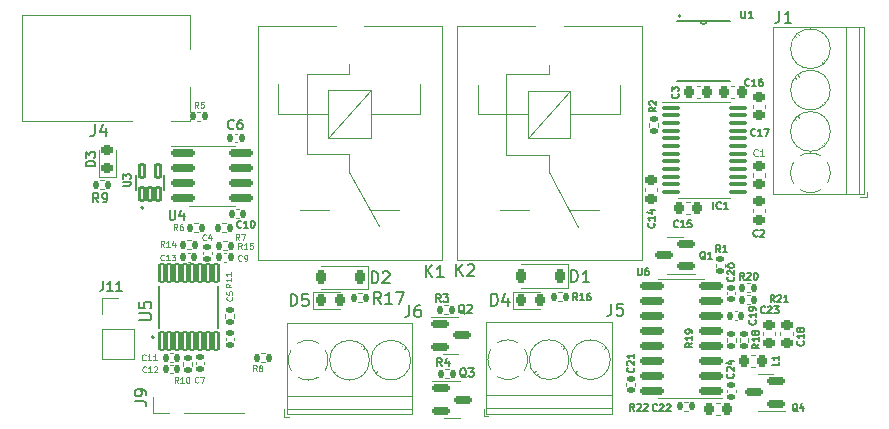
<source format=gbr>
%TF.GenerationSoftware,KiCad,Pcbnew,7.0.5*%
%TF.CreationDate,2024-01-24T13:57:34+02:00*%
%TF.ProjectId,Pi HAT,50692048-4154-42e6-9b69-6361645f7063,1.1.2*%
%TF.SameCoordinates,Original*%
%TF.FileFunction,Legend,Top*%
%TF.FilePolarity,Positive*%
%FSLAX46Y46*%
G04 Gerber Fmt 4.6, Leading zero omitted, Abs format (unit mm)*
G04 Created by KiCad (PCBNEW 7.0.5) date 2024-01-24 13:57:34*
%MOMM*%
%LPD*%
G01*
G04 APERTURE LIST*
G04 Aperture macros list*
%AMRoundRect*
0 Rectangle with rounded corners*
0 $1 Rounding radius*
0 $2 $3 $4 $5 $6 $7 $8 $9 X,Y pos of 4 corners*
0 Add a 4 corners polygon primitive as box body*
4,1,4,$2,$3,$4,$5,$6,$7,$8,$9,$2,$3,0*
0 Add four circle primitives for the rounded corners*
1,1,$1+$1,$2,$3*
1,1,$1+$1,$4,$5*
1,1,$1+$1,$6,$7*
1,1,$1+$1,$8,$9*
0 Add four rect primitives between the rounded corners*
20,1,$1+$1,$2,$3,$4,$5,0*
20,1,$1+$1,$4,$5,$6,$7,0*
20,1,$1+$1,$6,$7,$8,$9,0*
20,1,$1+$1,$8,$9,$2,$3,0*%
G04 Aperture macros list end*
%ADD10C,0.150000*%
%ADD11C,0.125000*%
%ADD12C,0.120000*%
%ADD13C,0.127000*%
%ADD14C,0.200000*%
%ADD15C,0.152400*%
%ADD16C,0.177000*%
%ADD17C,2.700000*%
%ADD18R,2.400000X2.400000*%
%ADD19C,2.400000*%
%ADD20RoundRect,0.218750X-0.218750X-0.256250X0.218750X-0.256250X0.218750X0.256250X-0.218750X0.256250X0*%
%ADD21R,1.700000X1.700000*%
%ADD22O,1.700000X1.700000*%
%ADD23RoundRect,0.135000X-0.185000X0.135000X-0.185000X-0.135000X0.185000X-0.135000X0.185000X0.135000X0*%
%ADD24RoundRect,0.225000X-0.250000X0.225000X-0.250000X-0.225000X0.250000X-0.225000X0.250000X0.225000X0*%
%ADD25RoundRect,0.225000X0.250000X-0.225000X0.250000X0.225000X-0.250000X0.225000X-0.250000X-0.225000X0*%
%ADD26RoundRect,0.100000X-0.637500X-0.100000X0.637500X-0.100000X0.637500X0.100000X-0.637500X0.100000X0*%
%ADD27RoundRect,0.135000X0.185000X-0.135000X0.185000X0.135000X-0.185000X0.135000X-0.185000X-0.135000X0*%
%ADD28RoundRect,0.225000X-0.225000X-0.250000X0.225000X-0.250000X0.225000X0.250000X-0.225000X0.250000X0*%
%ADD29RoundRect,0.122500X0.184500X-0.764500X0.184500X0.764500X-0.184500X0.764500X-0.184500X-0.764500X0*%
%ADD30RoundRect,0.140000X-0.170000X0.140000X-0.170000X-0.140000X0.170000X-0.140000X0.170000X0.140000X0*%
%ADD31C,3.000000*%
%ADD32C,2.500000*%
%ADD33RoundRect,0.135000X0.135000X0.185000X-0.135000X0.185000X-0.135000X-0.185000X0.135000X-0.185000X0*%
%ADD34RoundRect,0.150000X0.587500X0.150000X-0.587500X0.150000X-0.587500X-0.150000X0.587500X-0.150000X0*%
%ADD35RoundRect,0.225000X0.225000X0.375000X-0.225000X0.375000X-0.225000X-0.375000X0.225000X-0.375000X0*%
%ADD36RoundRect,0.135000X-0.135000X-0.185000X0.135000X-0.185000X0.135000X0.185000X-0.135000X0.185000X0*%
%ADD37RoundRect,0.150000X-0.825000X-0.150000X0.825000X-0.150000X0.825000X0.150000X-0.825000X0.150000X0*%
%ADD38RoundRect,0.150000X-0.587500X-0.150000X0.587500X-0.150000X0.587500X0.150000X-0.587500X0.150000X0*%
%ADD39RoundRect,0.218750X0.256250X-0.218750X0.256250X0.218750X-0.256250X0.218750X-0.256250X-0.218750X0*%
%ADD40RoundRect,0.150000X0.850000X0.150000X-0.850000X0.150000X-0.850000X-0.150000X0.850000X-0.150000X0*%
%ADD41RoundRect,0.140000X-0.140000X-0.170000X0.140000X-0.170000X0.140000X0.170000X-0.140000X0.170000X0*%
%ADD42RoundRect,0.140000X0.170000X-0.140000X0.170000X0.140000X-0.170000X0.140000X-0.170000X-0.140000X0*%
%ADD43RoundRect,0.218750X0.218750X0.256250X-0.218750X0.256250X-0.218750X-0.256250X0.218750X-0.256250X0*%
%ADD44RoundRect,0.140000X0.140000X0.170000X-0.140000X0.170000X-0.140000X-0.170000X0.140000X-0.170000X0*%
%ADD45R,1.473200X0.355600*%
%ADD46RoundRect,0.225000X0.225000X0.250000X-0.225000X0.250000X-0.225000X-0.250000X0.225000X-0.250000X0*%
%ADD47RoundRect,0.122000X0.180000X-0.575000X0.180000X0.575000X-0.180000X0.575000X-0.180000X-0.575000X0*%
G04 APERTURE END LIST*
D10*
%TO.C,J1*%
X176704666Y-97752819D02*
X176704666Y-98467104D01*
X176704666Y-98467104D02*
X176657047Y-98609961D01*
X176657047Y-98609961D02*
X176561809Y-98705200D01*
X176561809Y-98705200D02*
X176418952Y-98752819D01*
X176418952Y-98752819D02*
X176323714Y-98752819D01*
X177704666Y-98752819D02*
X177133238Y-98752819D01*
X177418952Y-98752819D02*
X177418952Y-97752819D01*
X177418952Y-97752819D02*
X177323714Y-97895676D01*
X177323714Y-97895676D02*
X177228476Y-97990914D01*
X177228476Y-97990914D02*
X177133238Y-98038533D01*
%TO.C,D4*%
X152292905Y-122696819D02*
X152292905Y-121696819D01*
X152292905Y-121696819D02*
X152531000Y-121696819D01*
X152531000Y-121696819D02*
X152673857Y-121744438D01*
X152673857Y-121744438D02*
X152769095Y-121839676D01*
X152769095Y-121839676D02*
X152816714Y-121934914D01*
X152816714Y-121934914D02*
X152864333Y-122125390D01*
X152864333Y-122125390D02*
X152864333Y-122268247D01*
X152864333Y-122268247D02*
X152816714Y-122458723D01*
X152816714Y-122458723D02*
X152769095Y-122553961D01*
X152769095Y-122553961D02*
X152673857Y-122649200D01*
X152673857Y-122649200D02*
X152531000Y-122696819D01*
X152531000Y-122696819D02*
X152292905Y-122696819D01*
X153721476Y-122030152D02*
X153721476Y-122696819D01*
X153483381Y-121649200D02*
X153245286Y-122363485D01*
X153245286Y-122363485D02*
X153864333Y-122363485D01*
%TO.C,J9*%
X122109819Y-130793333D02*
X122824104Y-130793333D01*
X122824104Y-130793333D02*
X122966961Y-130840952D01*
X122966961Y-130840952D02*
X123062200Y-130936190D01*
X123062200Y-130936190D02*
X123109819Y-131079047D01*
X123109819Y-131079047D02*
X123109819Y-131174285D01*
X123109819Y-130269523D02*
X123109819Y-130079047D01*
X123109819Y-130079047D02*
X123062200Y-129983809D01*
X123062200Y-129983809D02*
X123014580Y-129936190D01*
X123014580Y-129936190D02*
X122871723Y-129840952D01*
X122871723Y-129840952D02*
X122681247Y-129793333D01*
X122681247Y-129793333D02*
X122300295Y-129793333D01*
X122300295Y-129793333D02*
X122205057Y-129840952D01*
X122205057Y-129840952D02*
X122157438Y-129888571D01*
X122157438Y-129888571D02*
X122109819Y-129983809D01*
X122109819Y-129983809D02*
X122109819Y-130174285D01*
X122109819Y-130174285D02*
X122157438Y-130269523D01*
X122157438Y-130269523D02*
X122205057Y-130317142D01*
X122205057Y-130317142D02*
X122300295Y-130364761D01*
X122300295Y-130364761D02*
X122538390Y-130364761D01*
X122538390Y-130364761D02*
X122633628Y-130317142D01*
X122633628Y-130317142D02*
X122681247Y-130269523D01*
X122681247Y-130269523D02*
X122728866Y-130174285D01*
X122728866Y-130174285D02*
X122728866Y-129983809D01*
X122728866Y-129983809D02*
X122681247Y-129888571D01*
X122681247Y-129888571D02*
X122633628Y-129840952D01*
X122633628Y-129840952D02*
X122538390Y-129793333D01*
%TO.C,R2*%
X166284171Y-105916399D02*
X165998457Y-106116399D01*
X166284171Y-106259256D02*
X165684171Y-106259256D01*
X165684171Y-106259256D02*
X165684171Y-106030685D01*
X165684171Y-106030685D02*
X165712742Y-105973542D01*
X165712742Y-105973542D02*
X165741314Y-105944971D01*
X165741314Y-105944971D02*
X165798457Y-105916399D01*
X165798457Y-105916399D02*
X165884171Y-105916399D01*
X165884171Y-105916399D02*
X165941314Y-105944971D01*
X165941314Y-105944971D02*
X165969885Y-105973542D01*
X165969885Y-105973542D02*
X165998457Y-106030685D01*
X165998457Y-106030685D02*
X165998457Y-106259256D01*
X165741314Y-105687828D02*
X165712742Y-105659256D01*
X165712742Y-105659256D02*
X165684171Y-105602114D01*
X165684171Y-105602114D02*
X165684171Y-105459256D01*
X165684171Y-105459256D02*
X165712742Y-105402114D01*
X165712742Y-105402114D02*
X165741314Y-105373542D01*
X165741314Y-105373542D02*
X165798457Y-105344971D01*
X165798457Y-105344971D02*
X165855600Y-105344971D01*
X165855600Y-105344971D02*
X165941314Y-105373542D01*
X165941314Y-105373542D02*
X166284171Y-105716399D01*
X166284171Y-105716399D02*
X166284171Y-105344971D01*
%TO.C,C17*%
X174664285Y-108262628D02*
X174635713Y-108291200D01*
X174635713Y-108291200D02*
X174549999Y-108319771D01*
X174549999Y-108319771D02*
X174492856Y-108319771D01*
X174492856Y-108319771D02*
X174407142Y-108291200D01*
X174407142Y-108291200D02*
X174349999Y-108234057D01*
X174349999Y-108234057D02*
X174321428Y-108176914D01*
X174321428Y-108176914D02*
X174292856Y-108062628D01*
X174292856Y-108062628D02*
X174292856Y-107976914D01*
X174292856Y-107976914D02*
X174321428Y-107862628D01*
X174321428Y-107862628D02*
X174349999Y-107805485D01*
X174349999Y-107805485D02*
X174407142Y-107748342D01*
X174407142Y-107748342D02*
X174492856Y-107719771D01*
X174492856Y-107719771D02*
X174549999Y-107719771D01*
X174549999Y-107719771D02*
X174635713Y-107748342D01*
X174635713Y-107748342D02*
X174664285Y-107776914D01*
X175235713Y-108319771D02*
X174892856Y-108319771D01*
X175064285Y-108319771D02*
X175064285Y-107719771D01*
X175064285Y-107719771D02*
X175007142Y-107805485D01*
X175007142Y-107805485D02*
X174949999Y-107862628D01*
X174949999Y-107862628D02*
X174892856Y-107891200D01*
X175435714Y-107719771D02*
X175835714Y-107719771D01*
X175835714Y-107719771D02*
X175578571Y-108319771D01*
%TO.C,C2*%
X174855200Y-116798628D02*
X174826628Y-116827200D01*
X174826628Y-116827200D02*
X174740914Y-116855771D01*
X174740914Y-116855771D02*
X174683771Y-116855771D01*
X174683771Y-116855771D02*
X174598057Y-116827200D01*
X174598057Y-116827200D02*
X174540914Y-116770057D01*
X174540914Y-116770057D02*
X174512343Y-116712914D01*
X174512343Y-116712914D02*
X174483771Y-116598628D01*
X174483771Y-116598628D02*
X174483771Y-116512914D01*
X174483771Y-116512914D02*
X174512343Y-116398628D01*
X174512343Y-116398628D02*
X174540914Y-116341485D01*
X174540914Y-116341485D02*
X174598057Y-116284342D01*
X174598057Y-116284342D02*
X174683771Y-116255771D01*
X174683771Y-116255771D02*
X174740914Y-116255771D01*
X174740914Y-116255771D02*
X174826628Y-116284342D01*
X174826628Y-116284342D02*
X174855200Y-116312914D01*
X175083771Y-116312914D02*
X175112343Y-116284342D01*
X175112343Y-116284342D02*
X175169486Y-116255771D01*
X175169486Y-116255771D02*
X175312343Y-116255771D01*
X175312343Y-116255771D02*
X175369486Y-116284342D01*
X175369486Y-116284342D02*
X175398057Y-116312914D01*
X175398057Y-116312914D02*
X175426628Y-116370057D01*
X175426628Y-116370057D02*
X175426628Y-116427200D01*
X175426628Y-116427200D02*
X175398057Y-116512914D01*
X175398057Y-116512914D02*
X175055200Y-116855771D01*
X175055200Y-116855771D02*
X175426628Y-116855771D01*
%TO.C,IC1*%
X171114286Y-114519771D02*
X171114286Y-113919771D01*
X171742857Y-114462628D02*
X171714285Y-114491200D01*
X171714285Y-114491200D02*
X171628571Y-114519771D01*
X171628571Y-114519771D02*
X171571428Y-114519771D01*
X171571428Y-114519771D02*
X171485714Y-114491200D01*
X171485714Y-114491200D02*
X171428571Y-114434057D01*
X171428571Y-114434057D02*
X171400000Y-114376914D01*
X171400000Y-114376914D02*
X171371428Y-114262628D01*
X171371428Y-114262628D02*
X171371428Y-114176914D01*
X171371428Y-114176914D02*
X171400000Y-114062628D01*
X171400000Y-114062628D02*
X171428571Y-114005485D01*
X171428571Y-114005485D02*
X171485714Y-113948342D01*
X171485714Y-113948342D02*
X171571428Y-113919771D01*
X171571428Y-113919771D02*
X171628571Y-113919771D01*
X171628571Y-113919771D02*
X171714285Y-113948342D01*
X171714285Y-113948342D02*
X171742857Y-113976914D01*
X172314285Y-114519771D02*
X171971428Y-114519771D01*
X172142857Y-114519771D02*
X172142857Y-113919771D01*
X172142857Y-113919771D02*
X172085714Y-114005485D01*
X172085714Y-114005485D02*
X172028571Y-114062628D01*
X172028571Y-114062628D02*
X171971428Y-114091200D01*
%TO.C,R1*%
X171705600Y-118176571D02*
X171505600Y-117890857D01*
X171362743Y-118176571D02*
X171362743Y-117576571D01*
X171362743Y-117576571D02*
X171591314Y-117576571D01*
X171591314Y-117576571D02*
X171648457Y-117605142D01*
X171648457Y-117605142D02*
X171677028Y-117633714D01*
X171677028Y-117633714D02*
X171705600Y-117690857D01*
X171705600Y-117690857D02*
X171705600Y-117776571D01*
X171705600Y-117776571D02*
X171677028Y-117833714D01*
X171677028Y-117833714D02*
X171648457Y-117862285D01*
X171648457Y-117862285D02*
X171591314Y-117890857D01*
X171591314Y-117890857D02*
X171362743Y-117890857D01*
X172277028Y-118176571D02*
X171934171Y-118176571D01*
X172105600Y-118176571D02*
X172105600Y-117576571D01*
X172105600Y-117576571D02*
X172048457Y-117662285D01*
X172048457Y-117662285D02*
X171991314Y-117719428D01*
X171991314Y-117719428D02*
X171934171Y-117748000D01*
%TO.C,C15*%
X168114285Y-116012628D02*
X168085713Y-116041200D01*
X168085713Y-116041200D02*
X167999999Y-116069771D01*
X167999999Y-116069771D02*
X167942856Y-116069771D01*
X167942856Y-116069771D02*
X167857142Y-116041200D01*
X167857142Y-116041200D02*
X167799999Y-115984057D01*
X167799999Y-115984057D02*
X167771428Y-115926914D01*
X167771428Y-115926914D02*
X167742856Y-115812628D01*
X167742856Y-115812628D02*
X167742856Y-115726914D01*
X167742856Y-115726914D02*
X167771428Y-115612628D01*
X167771428Y-115612628D02*
X167799999Y-115555485D01*
X167799999Y-115555485D02*
X167857142Y-115498342D01*
X167857142Y-115498342D02*
X167942856Y-115469771D01*
X167942856Y-115469771D02*
X167999999Y-115469771D01*
X167999999Y-115469771D02*
X168085713Y-115498342D01*
X168085713Y-115498342D02*
X168114285Y-115526914D01*
X168685713Y-116069771D02*
X168342856Y-116069771D01*
X168514285Y-116069771D02*
X168514285Y-115469771D01*
X168514285Y-115469771D02*
X168457142Y-115555485D01*
X168457142Y-115555485D02*
X168399999Y-115612628D01*
X168399999Y-115612628D02*
X168342856Y-115641200D01*
X169228571Y-115469771D02*
X168942857Y-115469771D01*
X168942857Y-115469771D02*
X168914285Y-115755485D01*
X168914285Y-115755485D02*
X168942857Y-115726914D01*
X168942857Y-115726914D02*
X169000000Y-115698342D01*
X169000000Y-115698342D02*
X169142857Y-115698342D01*
X169142857Y-115698342D02*
X169200000Y-115726914D01*
X169200000Y-115726914D02*
X169228571Y-115755485D01*
X169228571Y-115755485D02*
X169257142Y-115812628D01*
X169257142Y-115812628D02*
X169257142Y-115955485D01*
X169257142Y-115955485D02*
X169228571Y-116012628D01*
X169228571Y-116012628D02*
X169200000Y-116041200D01*
X169200000Y-116041200D02*
X169142857Y-116069771D01*
X169142857Y-116069771D02*
X169000000Y-116069771D01*
X169000000Y-116069771D02*
X168942857Y-116041200D01*
X168942857Y-116041200D02*
X168914285Y-116012628D01*
%TO.C,U5*%
X122499619Y-123923304D02*
X123309142Y-123923304D01*
X123309142Y-123923304D02*
X123404380Y-123875685D01*
X123404380Y-123875685D02*
X123452000Y-123828066D01*
X123452000Y-123828066D02*
X123499619Y-123732828D01*
X123499619Y-123732828D02*
X123499619Y-123542352D01*
X123499619Y-123542352D02*
X123452000Y-123447114D01*
X123452000Y-123447114D02*
X123404380Y-123399495D01*
X123404380Y-123399495D02*
X123309142Y-123351876D01*
X123309142Y-123351876D02*
X122499619Y-123351876D01*
X122499619Y-122399495D02*
X122499619Y-122875685D01*
X122499619Y-122875685D02*
X122975809Y-122923304D01*
X122975809Y-122923304D02*
X122928190Y-122875685D01*
X122928190Y-122875685D02*
X122880571Y-122780447D01*
X122880571Y-122780447D02*
X122880571Y-122542352D01*
X122880571Y-122542352D02*
X122928190Y-122447114D01*
X122928190Y-122447114D02*
X122975809Y-122399495D01*
X122975809Y-122399495D02*
X123071047Y-122351876D01*
X123071047Y-122351876D02*
X123309142Y-122351876D01*
X123309142Y-122351876D02*
X123404380Y-122399495D01*
X123404380Y-122399495D02*
X123452000Y-122447114D01*
X123452000Y-122447114D02*
X123499619Y-122542352D01*
X123499619Y-122542352D02*
X123499619Y-122780447D01*
X123499619Y-122780447D02*
X123452000Y-122875685D01*
X123452000Y-122875685D02*
X123404380Y-122923304D01*
%TO.C,C20*%
X172831028Y-120273714D02*
X172859600Y-120302286D01*
X172859600Y-120302286D02*
X172888171Y-120388000D01*
X172888171Y-120388000D02*
X172888171Y-120445143D01*
X172888171Y-120445143D02*
X172859600Y-120530857D01*
X172859600Y-120530857D02*
X172802457Y-120588000D01*
X172802457Y-120588000D02*
X172745314Y-120616571D01*
X172745314Y-120616571D02*
X172631028Y-120645143D01*
X172631028Y-120645143D02*
X172545314Y-120645143D01*
X172545314Y-120645143D02*
X172431028Y-120616571D01*
X172431028Y-120616571D02*
X172373885Y-120588000D01*
X172373885Y-120588000D02*
X172316742Y-120530857D01*
X172316742Y-120530857D02*
X172288171Y-120445143D01*
X172288171Y-120445143D02*
X172288171Y-120388000D01*
X172288171Y-120388000D02*
X172316742Y-120302286D01*
X172316742Y-120302286D02*
X172345314Y-120273714D01*
X172345314Y-120045143D02*
X172316742Y-120016571D01*
X172316742Y-120016571D02*
X172288171Y-119959429D01*
X172288171Y-119959429D02*
X172288171Y-119816571D01*
X172288171Y-119816571D02*
X172316742Y-119759429D01*
X172316742Y-119759429D02*
X172345314Y-119730857D01*
X172345314Y-119730857D02*
X172402457Y-119702286D01*
X172402457Y-119702286D02*
X172459600Y-119702286D01*
X172459600Y-119702286D02*
X172545314Y-119730857D01*
X172545314Y-119730857D02*
X172888171Y-120073714D01*
X172888171Y-120073714D02*
X172888171Y-119702286D01*
X172288171Y-119330857D02*
X172288171Y-119273714D01*
X172288171Y-119273714D02*
X172316742Y-119216571D01*
X172316742Y-119216571D02*
X172345314Y-119188000D01*
X172345314Y-119188000D02*
X172402457Y-119159428D01*
X172402457Y-119159428D02*
X172516742Y-119130857D01*
X172516742Y-119130857D02*
X172659600Y-119130857D01*
X172659600Y-119130857D02*
X172773885Y-119159428D01*
X172773885Y-119159428D02*
X172831028Y-119188000D01*
X172831028Y-119188000D02*
X172859600Y-119216571D01*
X172859600Y-119216571D02*
X172888171Y-119273714D01*
X172888171Y-119273714D02*
X172888171Y-119330857D01*
X172888171Y-119330857D02*
X172859600Y-119388000D01*
X172859600Y-119388000D02*
X172831028Y-119416571D01*
X172831028Y-119416571D02*
X172773885Y-119445142D01*
X172773885Y-119445142D02*
X172659600Y-119473714D01*
X172659600Y-119473714D02*
X172516742Y-119473714D01*
X172516742Y-119473714D02*
X172402457Y-119445142D01*
X172402457Y-119445142D02*
X172345314Y-119416571D01*
X172345314Y-119416571D02*
X172316742Y-119388000D01*
X172316742Y-119388000D02*
X172288171Y-119330857D01*
%TO.C,K1*%
X146751905Y-120294819D02*
X146751905Y-119294819D01*
X147323333Y-120294819D02*
X146894762Y-119723390D01*
X147323333Y-119294819D02*
X146751905Y-119866247D01*
X148275714Y-120294819D02*
X147704286Y-120294819D01*
X147990000Y-120294819D02*
X147990000Y-119294819D01*
X147990000Y-119294819D02*
X147894762Y-119437676D01*
X147894762Y-119437676D02*
X147799524Y-119532914D01*
X147799524Y-119532914D02*
X147704286Y-119580533D01*
%TO.C,C3*%
X168106628Y-104747999D02*
X168135200Y-104776571D01*
X168135200Y-104776571D02*
X168163771Y-104862285D01*
X168163771Y-104862285D02*
X168163771Y-104919428D01*
X168163771Y-104919428D02*
X168135200Y-105005142D01*
X168135200Y-105005142D02*
X168078057Y-105062285D01*
X168078057Y-105062285D02*
X168020914Y-105090856D01*
X168020914Y-105090856D02*
X167906628Y-105119428D01*
X167906628Y-105119428D02*
X167820914Y-105119428D01*
X167820914Y-105119428D02*
X167706628Y-105090856D01*
X167706628Y-105090856D02*
X167649485Y-105062285D01*
X167649485Y-105062285D02*
X167592342Y-105005142D01*
X167592342Y-105005142D02*
X167563771Y-104919428D01*
X167563771Y-104919428D02*
X167563771Y-104862285D01*
X167563771Y-104862285D02*
X167592342Y-104776571D01*
X167592342Y-104776571D02*
X167620914Y-104747999D01*
X167563771Y-104547999D02*
X167563771Y-104176571D01*
X167563771Y-104176571D02*
X167792342Y-104376571D01*
X167792342Y-104376571D02*
X167792342Y-104290856D01*
X167792342Y-104290856D02*
X167820914Y-104233714D01*
X167820914Y-104233714D02*
X167849485Y-104205142D01*
X167849485Y-104205142D02*
X167906628Y-104176571D01*
X167906628Y-104176571D02*
X168049485Y-104176571D01*
X168049485Y-104176571D02*
X168106628Y-104205142D01*
X168106628Y-104205142D02*
X168135200Y-104233714D01*
X168135200Y-104233714D02*
X168163771Y-104290856D01*
X168163771Y-104290856D02*
X168163771Y-104462285D01*
X168163771Y-104462285D02*
X168135200Y-104519428D01*
X168135200Y-104519428D02*
X168106628Y-104547999D01*
%TO.C,R9*%
X119046667Y-113962295D02*
X118780000Y-113581342D01*
X118589524Y-113962295D02*
X118589524Y-113162295D01*
X118589524Y-113162295D02*
X118894286Y-113162295D01*
X118894286Y-113162295D02*
X118970476Y-113200390D01*
X118970476Y-113200390D02*
X119008571Y-113238485D01*
X119008571Y-113238485D02*
X119046667Y-113314676D01*
X119046667Y-113314676D02*
X119046667Y-113428961D01*
X119046667Y-113428961D02*
X119008571Y-113505152D01*
X119008571Y-113505152D02*
X118970476Y-113543247D01*
X118970476Y-113543247D02*
X118894286Y-113581342D01*
X118894286Y-113581342D02*
X118589524Y-113581342D01*
X119427619Y-113962295D02*
X119580000Y-113962295D01*
X119580000Y-113962295D02*
X119656190Y-113924200D01*
X119656190Y-113924200D02*
X119694286Y-113886104D01*
X119694286Y-113886104D02*
X119770476Y-113771819D01*
X119770476Y-113771819D02*
X119808571Y-113619438D01*
X119808571Y-113619438D02*
X119808571Y-113314676D01*
X119808571Y-113314676D02*
X119770476Y-113238485D01*
X119770476Y-113238485D02*
X119732381Y-113200390D01*
X119732381Y-113200390D02*
X119656190Y-113162295D01*
X119656190Y-113162295D02*
X119503809Y-113162295D01*
X119503809Y-113162295D02*
X119427619Y-113200390D01*
X119427619Y-113200390D02*
X119389524Y-113238485D01*
X119389524Y-113238485D02*
X119351428Y-113314676D01*
X119351428Y-113314676D02*
X119351428Y-113505152D01*
X119351428Y-113505152D02*
X119389524Y-113581342D01*
X119389524Y-113581342D02*
X119427619Y-113619438D01*
X119427619Y-113619438D02*
X119503809Y-113657533D01*
X119503809Y-113657533D02*
X119656190Y-113657533D01*
X119656190Y-113657533D02*
X119732381Y-113619438D01*
X119732381Y-113619438D02*
X119770476Y-113581342D01*
X119770476Y-113581342D02*
X119808571Y-113505152D01*
%TO.C,Q4*%
X178250857Y-131644914D02*
X178193714Y-131616342D01*
X178193714Y-131616342D02*
X178136571Y-131559200D01*
X178136571Y-131559200D02*
X178050857Y-131473485D01*
X178050857Y-131473485D02*
X177993714Y-131444914D01*
X177993714Y-131444914D02*
X177936571Y-131444914D01*
X177965142Y-131587771D02*
X177908000Y-131559200D01*
X177908000Y-131559200D02*
X177850857Y-131502057D01*
X177850857Y-131502057D02*
X177822285Y-131387771D01*
X177822285Y-131387771D02*
X177822285Y-131187771D01*
X177822285Y-131187771D02*
X177850857Y-131073485D01*
X177850857Y-131073485D02*
X177908000Y-131016342D01*
X177908000Y-131016342D02*
X177965142Y-130987771D01*
X177965142Y-130987771D02*
X178079428Y-130987771D01*
X178079428Y-130987771D02*
X178136571Y-131016342D01*
X178136571Y-131016342D02*
X178193714Y-131073485D01*
X178193714Y-131073485D02*
X178222285Y-131187771D01*
X178222285Y-131187771D02*
X178222285Y-131387771D01*
X178222285Y-131387771D02*
X178193714Y-131502057D01*
X178193714Y-131502057D02*
X178136571Y-131559200D01*
X178136571Y-131559200D02*
X178079428Y-131587771D01*
X178079428Y-131587771D02*
X177965142Y-131587771D01*
X178736571Y-131187771D02*
X178736571Y-131587771D01*
X178593713Y-130959200D02*
X178450856Y-131387771D01*
X178450856Y-131387771D02*
X178822285Y-131387771D01*
%TO.C,D1*%
X159078705Y-120698419D02*
X159078705Y-119698419D01*
X159078705Y-119698419D02*
X159316800Y-119698419D01*
X159316800Y-119698419D02*
X159459657Y-119746038D01*
X159459657Y-119746038D02*
X159554895Y-119841276D01*
X159554895Y-119841276D02*
X159602514Y-119936514D01*
X159602514Y-119936514D02*
X159650133Y-120126990D01*
X159650133Y-120126990D02*
X159650133Y-120269847D01*
X159650133Y-120269847D02*
X159602514Y-120460323D01*
X159602514Y-120460323D02*
X159554895Y-120555561D01*
X159554895Y-120555561D02*
X159459657Y-120650800D01*
X159459657Y-120650800D02*
X159316800Y-120698419D01*
X159316800Y-120698419D02*
X159078705Y-120698419D01*
X160602514Y-120698419D02*
X160031086Y-120698419D01*
X160316800Y-120698419D02*
X160316800Y-119698419D01*
X160316800Y-119698419D02*
X160221562Y-119841276D01*
X160221562Y-119841276D02*
X160126324Y-119936514D01*
X160126324Y-119936514D02*
X160031086Y-119984133D01*
%TO.C,D2*%
X142162305Y-120800019D02*
X142162305Y-119800019D01*
X142162305Y-119800019D02*
X142400400Y-119800019D01*
X142400400Y-119800019D02*
X142543257Y-119847638D01*
X142543257Y-119847638D02*
X142638495Y-119942876D01*
X142638495Y-119942876D02*
X142686114Y-120038114D01*
X142686114Y-120038114D02*
X142733733Y-120228590D01*
X142733733Y-120228590D02*
X142733733Y-120371447D01*
X142733733Y-120371447D02*
X142686114Y-120561923D01*
X142686114Y-120561923D02*
X142638495Y-120657161D01*
X142638495Y-120657161D02*
X142543257Y-120752400D01*
X142543257Y-120752400D02*
X142400400Y-120800019D01*
X142400400Y-120800019D02*
X142162305Y-120800019D01*
X143114686Y-119895257D02*
X143162305Y-119847638D01*
X143162305Y-119847638D02*
X143257543Y-119800019D01*
X143257543Y-119800019D02*
X143495638Y-119800019D01*
X143495638Y-119800019D02*
X143590876Y-119847638D01*
X143590876Y-119847638D02*
X143638495Y-119895257D01*
X143638495Y-119895257D02*
X143686114Y-119990495D01*
X143686114Y-119990495D02*
X143686114Y-120085733D01*
X143686114Y-120085733D02*
X143638495Y-120228590D01*
X143638495Y-120228590D02*
X143067067Y-120800019D01*
X143067067Y-120800019D02*
X143686114Y-120800019D01*
D11*
%TO.C,C7*%
X127496666Y-129167190D02*
X127472857Y-129191000D01*
X127472857Y-129191000D02*
X127401428Y-129214809D01*
X127401428Y-129214809D02*
X127353809Y-129214809D01*
X127353809Y-129214809D02*
X127282381Y-129191000D01*
X127282381Y-129191000D02*
X127234762Y-129143380D01*
X127234762Y-129143380D02*
X127210952Y-129095761D01*
X127210952Y-129095761D02*
X127187143Y-129000523D01*
X127187143Y-129000523D02*
X127187143Y-128929095D01*
X127187143Y-128929095D02*
X127210952Y-128833857D01*
X127210952Y-128833857D02*
X127234762Y-128786238D01*
X127234762Y-128786238D02*
X127282381Y-128738619D01*
X127282381Y-128738619D02*
X127353809Y-128714809D01*
X127353809Y-128714809D02*
X127401428Y-128714809D01*
X127401428Y-128714809D02*
X127472857Y-128738619D01*
X127472857Y-128738619D02*
X127496666Y-128762428D01*
X127663333Y-128714809D02*
X127996666Y-128714809D01*
X127996666Y-128714809D02*
X127782381Y-129214809D01*
%TO.C,R11*%
X130304809Y-120831428D02*
X130066714Y-120998094D01*
X130304809Y-121117142D02*
X129804809Y-121117142D01*
X129804809Y-121117142D02*
X129804809Y-120926666D01*
X129804809Y-120926666D02*
X129828619Y-120879047D01*
X129828619Y-120879047D02*
X129852428Y-120855237D01*
X129852428Y-120855237D02*
X129900047Y-120831428D01*
X129900047Y-120831428D02*
X129971476Y-120831428D01*
X129971476Y-120831428D02*
X130019095Y-120855237D01*
X130019095Y-120855237D02*
X130042904Y-120879047D01*
X130042904Y-120879047D02*
X130066714Y-120926666D01*
X130066714Y-120926666D02*
X130066714Y-121117142D01*
X130304809Y-120355237D02*
X130304809Y-120640951D01*
X130304809Y-120498094D02*
X129804809Y-120498094D01*
X129804809Y-120498094D02*
X129876238Y-120545713D01*
X129876238Y-120545713D02*
X129923857Y-120593332D01*
X129923857Y-120593332D02*
X129947666Y-120640951D01*
X130304809Y-119879047D02*
X130304809Y-120164761D01*
X130304809Y-120021904D02*
X129804809Y-120021904D01*
X129804809Y-120021904D02*
X129876238Y-120069523D01*
X129876238Y-120069523D02*
X129923857Y-120117142D01*
X129923857Y-120117142D02*
X129947666Y-120164761D01*
%TO.C,R14*%
X124598571Y-117714809D02*
X124431905Y-117476714D01*
X124312857Y-117714809D02*
X124312857Y-117214809D01*
X124312857Y-117214809D02*
X124503333Y-117214809D01*
X124503333Y-117214809D02*
X124550952Y-117238619D01*
X124550952Y-117238619D02*
X124574762Y-117262428D01*
X124574762Y-117262428D02*
X124598571Y-117310047D01*
X124598571Y-117310047D02*
X124598571Y-117381476D01*
X124598571Y-117381476D02*
X124574762Y-117429095D01*
X124574762Y-117429095D02*
X124550952Y-117452904D01*
X124550952Y-117452904D02*
X124503333Y-117476714D01*
X124503333Y-117476714D02*
X124312857Y-117476714D01*
X125074762Y-117714809D02*
X124789048Y-117714809D01*
X124931905Y-117714809D02*
X124931905Y-117214809D01*
X124931905Y-117214809D02*
X124884286Y-117286238D01*
X124884286Y-117286238D02*
X124836667Y-117333857D01*
X124836667Y-117333857D02*
X124789048Y-117357666D01*
X125503333Y-117381476D02*
X125503333Y-117714809D01*
X125384285Y-117191000D02*
X125265238Y-117548142D01*
X125265238Y-117548142D02*
X125574761Y-117548142D01*
D10*
%TO.C,U4*%
X125070476Y-114612295D02*
X125070476Y-115259914D01*
X125070476Y-115259914D02*
X125108571Y-115336104D01*
X125108571Y-115336104D02*
X125146666Y-115374200D01*
X125146666Y-115374200D02*
X125222857Y-115412295D01*
X125222857Y-115412295D02*
X125375238Y-115412295D01*
X125375238Y-115412295D02*
X125451428Y-115374200D01*
X125451428Y-115374200D02*
X125489523Y-115336104D01*
X125489523Y-115336104D02*
X125527619Y-115259914D01*
X125527619Y-115259914D02*
X125527619Y-114612295D01*
X126251428Y-114878961D02*
X126251428Y-115412295D01*
X126060952Y-114574200D02*
X125870475Y-115145628D01*
X125870475Y-115145628D02*
X126365714Y-115145628D01*
%TO.C,Q3*%
X150174333Y-128779700D02*
X150107666Y-128746366D01*
X150107666Y-128746366D02*
X150041000Y-128679700D01*
X150041000Y-128679700D02*
X149941000Y-128579700D01*
X149941000Y-128579700D02*
X149874333Y-128546366D01*
X149874333Y-128546366D02*
X149807666Y-128546366D01*
X149841000Y-128713033D02*
X149774333Y-128679700D01*
X149774333Y-128679700D02*
X149707666Y-128613033D01*
X149707666Y-128613033D02*
X149674333Y-128479700D01*
X149674333Y-128479700D02*
X149674333Y-128246366D01*
X149674333Y-128246366D02*
X149707666Y-128113033D01*
X149707666Y-128113033D02*
X149774333Y-128046366D01*
X149774333Y-128046366D02*
X149841000Y-128013033D01*
X149841000Y-128013033D02*
X149974333Y-128013033D01*
X149974333Y-128013033D02*
X150041000Y-128046366D01*
X150041000Y-128046366D02*
X150107666Y-128113033D01*
X150107666Y-128113033D02*
X150141000Y-128246366D01*
X150141000Y-128246366D02*
X150141000Y-128479700D01*
X150141000Y-128479700D02*
X150107666Y-128613033D01*
X150107666Y-128613033D02*
X150041000Y-128679700D01*
X150041000Y-128679700D02*
X149974333Y-128713033D01*
X149974333Y-128713033D02*
X149841000Y-128713033D01*
X150374333Y-128013033D02*
X150807666Y-128013033D01*
X150807666Y-128013033D02*
X150574333Y-128279700D01*
X150574333Y-128279700D02*
X150674333Y-128279700D01*
X150674333Y-128279700D02*
X150740999Y-128313033D01*
X150740999Y-128313033D02*
X150774333Y-128346366D01*
X150774333Y-128346366D02*
X150807666Y-128413033D01*
X150807666Y-128413033D02*
X150807666Y-128579700D01*
X150807666Y-128579700D02*
X150774333Y-128646366D01*
X150774333Y-128646366D02*
X150740999Y-128679700D01*
X150740999Y-128679700D02*
X150674333Y-128713033D01*
X150674333Y-128713033D02*
X150474333Y-128713033D01*
X150474333Y-128713033D02*
X150407666Y-128679700D01*
X150407666Y-128679700D02*
X150374333Y-128646366D01*
D11*
%TO.C,R5*%
X127506666Y-105934809D02*
X127340000Y-105696714D01*
X127220952Y-105934809D02*
X127220952Y-105434809D01*
X127220952Y-105434809D02*
X127411428Y-105434809D01*
X127411428Y-105434809D02*
X127459047Y-105458619D01*
X127459047Y-105458619D02*
X127482857Y-105482428D01*
X127482857Y-105482428D02*
X127506666Y-105530047D01*
X127506666Y-105530047D02*
X127506666Y-105601476D01*
X127506666Y-105601476D02*
X127482857Y-105649095D01*
X127482857Y-105649095D02*
X127459047Y-105672904D01*
X127459047Y-105672904D02*
X127411428Y-105696714D01*
X127411428Y-105696714D02*
X127220952Y-105696714D01*
X127959047Y-105434809D02*
X127720952Y-105434809D01*
X127720952Y-105434809D02*
X127697143Y-105672904D01*
X127697143Y-105672904D02*
X127720952Y-105649095D01*
X127720952Y-105649095D02*
X127768571Y-105625285D01*
X127768571Y-105625285D02*
X127887619Y-105625285D01*
X127887619Y-105625285D02*
X127935238Y-105649095D01*
X127935238Y-105649095D02*
X127959047Y-105672904D01*
X127959047Y-105672904D02*
X127982857Y-105720523D01*
X127982857Y-105720523D02*
X127982857Y-105839571D01*
X127982857Y-105839571D02*
X127959047Y-105887190D01*
X127959047Y-105887190D02*
X127935238Y-105911000D01*
X127935238Y-105911000D02*
X127887619Y-105934809D01*
X127887619Y-105934809D02*
X127768571Y-105934809D01*
X127768571Y-105934809D02*
X127720952Y-105911000D01*
X127720952Y-105911000D02*
X127697143Y-105887190D01*
D10*
%TO.C,D3*%
X118777095Y-110912975D02*
X117977095Y-110912975D01*
X117977095Y-110912975D02*
X117977095Y-110722499D01*
X117977095Y-110722499D02*
X118015190Y-110608213D01*
X118015190Y-110608213D02*
X118091380Y-110532023D01*
X118091380Y-110532023D02*
X118167571Y-110493928D01*
X118167571Y-110493928D02*
X118319952Y-110455832D01*
X118319952Y-110455832D02*
X118434238Y-110455832D01*
X118434238Y-110455832D02*
X118586619Y-110493928D01*
X118586619Y-110493928D02*
X118662809Y-110532023D01*
X118662809Y-110532023D02*
X118739000Y-110608213D01*
X118739000Y-110608213D02*
X118777095Y-110722499D01*
X118777095Y-110722499D02*
X118777095Y-110912975D01*
X117977095Y-110189166D02*
X117977095Y-109693928D01*
X117977095Y-109693928D02*
X118281857Y-109960594D01*
X118281857Y-109960594D02*
X118281857Y-109846309D01*
X118281857Y-109846309D02*
X118319952Y-109770118D01*
X118319952Y-109770118D02*
X118358047Y-109732023D01*
X118358047Y-109732023D02*
X118434238Y-109693928D01*
X118434238Y-109693928D02*
X118624714Y-109693928D01*
X118624714Y-109693928D02*
X118700904Y-109732023D01*
X118700904Y-109732023D02*
X118739000Y-109770118D01*
X118739000Y-109770118D02*
X118777095Y-109846309D01*
X118777095Y-109846309D02*
X118777095Y-110074880D01*
X118777095Y-110074880D02*
X118739000Y-110151071D01*
X118739000Y-110151071D02*
X118700904Y-110189166D01*
%TO.C,K2*%
X149351905Y-120194819D02*
X149351905Y-119194819D01*
X149923333Y-120194819D02*
X149494762Y-119623390D01*
X149923333Y-119194819D02*
X149351905Y-119766247D01*
X150304286Y-119290057D02*
X150351905Y-119242438D01*
X150351905Y-119242438D02*
X150447143Y-119194819D01*
X150447143Y-119194819D02*
X150685238Y-119194819D01*
X150685238Y-119194819D02*
X150780476Y-119242438D01*
X150780476Y-119242438D02*
X150828095Y-119290057D01*
X150828095Y-119290057D02*
X150875714Y-119385295D01*
X150875714Y-119385295D02*
X150875714Y-119480533D01*
X150875714Y-119480533D02*
X150828095Y-119623390D01*
X150828095Y-119623390D02*
X150256667Y-120194819D01*
X150256667Y-120194819D02*
X150875714Y-120194819D01*
%TO.C,U6*%
X164693657Y-119506971D02*
X164693657Y-119992685D01*
X164693657Y-119992685D02*
X164722228Y-120049828D01*
X164722228Y-120049828D02*
X164750800Y-120078400D01*
X164750800Y-120078400D02*
X164807942Y-120106971D01*
X164807942Y-120106971D02*
X164922228Y-120106971D01*
X164922228Y-120106971D02*
X164979371Y-120078400D01*
X164979371Y-120078400D02*
X165007942Y-120049828D01*
X165007942Y-120049828D02*
X165036514Y-119992685D01*
X165036514Y-119992685D02*
X165036514Y-119506971D01*
X165579371Y-119506971D02*
X165465085Y-119506971D01*
X165465085Y-119506971D02*
X165407942Y-119535542D01*
X165407942Y-119535542D02*
X165379371Y-119564114D01*
X165379371Y-119564114D02*
X165322228Y-119649828D01*
X165322228Y-119649828D02*
X165293656Y-119764114D01*
X165293656Y-119764114D02*
X165293656Y-119992685D01*
X165293656Y-119992685D02*
X165322228Y-120049828D01*
X165322228Y-120049828D02*
X165350799Y-120078400D01*
X165350799Y-120078400D02*
X165407942Y-120106971D01*
X165407942Y-120106971D02*
X165522228Y-120106971D01*
X165522228Y-120106971D02*
X165579371Y-120078400D01*
X165579371Y-120078400D02*
X165607942Y-120049828D01*
X165607942Y-120049828D02*
X165636513Y-119992685D01*
X165636513Y-119992685D02*
X165636513Y-119849828D01*
X165636513Y-119849828D02*
X165607942Y-119792685D01*
X165607942Y-119792685D02*
X165579371Y-119764114D01*
X165579371Y-119764114D02*
X165522228Y-119735542D01*
X165522228Y-119735542D02*
X165407942Y-119735542D01*
X165407942Y-119735542D02*
X165350799Y-119764114D01*
X165350799Y-119764114D02*
X165322228Y-119792685D01*
X165322228Y-119792685D02*
X165293656Y-119849828D01*
%TO.C,J11*%
X119442380Y-120642295D02*
X119442380Y-121213723D01*
X119442380Y-121213723D02*
X119404285Y-121328009D01*
X119404285Y-121328009D02*
X119328094Y-121404200D01*
X119328094Y-121404200D02*
X119213809Y-121442295D01*
X119213809Y-121442295D02*
X119137618Y-121442295D01*
X120242380Y-121442295D02*
X119785237Y-121442295D01*
X120013809Y-121442295D02*
X120013809Y-120642295D01*
X120013809Y-120642295D02*
X119937618Y-120756580D01*
X119937618Y-120756580D02*
X119861428Y-120832771D01*
X119861428Y-120832771D02*
X119785237Y-120870866D01*
X121004285Y-121442295D02*
X120547142Y-121442295D01*
X120775714Y-121442295D02*
X120775714Y-120642295D01*
X120775714Y-120642295D02*
X120699523Y-120756580D01*
X120699523Y-120756580D02*
X120623333Y-120832771D01*
X120623333Y-120832771D02*
X120547142Y-120870866D01*
%TO.C,R22*%
X164409485Y-131587771D02*
X164209485Y-131302057D01*
X164066628Y-131587771D02*
X164066628Y-130987771D01*
X164066628Y-130987771D02*
X164295199Y-130987771D01*
X164295199Y-130987771D02*
X164352342Y-131016342D01*
X164352342Y-131016342D02*
X164380913Y-131044914D01*
X164380913Y-131044914D02*
X164409485Y-131102057D01*
X164409485Y-131102057D02*
X164409485Y-131187771D01*
X164409485Y-131187771D02*
X164380913Y-131244914D01*
X164380913Y-131244914D02*
X164352342Y-131273485D01*
X164352342Y-131273485D02*
X164295199Y-131302057D01*
X164295199Y-131302057D02*
X164066628Y-131302057D01*
X164638056Y-131044914D02*
X164666628Y-131016342D01*
X164666628Y-131016342D02*
X164723771Y-130987771D01*
X164723771Y-130987771D02*
X164866628Y-130987771D01*
X164866628Y-130987771D02*
X164923771Y-131016342D01*
X164923771Y-131016342D02*
X164952342Y-131044914D01*
X164952342Y-131044914D02*
X164980913Y-131102057D01*
X164980913Y-131102057D02*
X164980913Y-131159200D01*
X164980913Y-131159200D02*
X164952342Y-131244914D01*
X164952342Y-131244914D02*
X164609485Y-131587771D01*
X164609485Y-131587771D02*
X164980913Y-131587771D01*
X165209485Y-131044914D02*
X165238057Y-131016342D01*
X165238057Y-131016342D02*
X165295200Y-130987771D01*
X165295200Y-130987771D02*
X165438057Y-130987771D01*
X165438057Y-130987771D02*
X165495200Y-131016342D01*
X165495200Y-131016342D02*
X165523771Y-131044914D01*
X165523771Y-131044914D02*
X165552342Y-131102057D01*
X165552342Y-131102057D02*
X165552342Y-131159200D01*
X165552342Y-131159200D02*
X165523771Y-131244914D01*
X165523771Y-131244914D02*
X165180914Y-131587771D01*
X165180914Y-131587771D02*
X165552342Y-131587771D01*
D11*
%TO.C,C9*%
X131175066Y-118858990D02*
X131151257Y-118882800D01*
X131151257Y-118882800D02*
X131079828Y-118906609D01*
X131079828Y-118906609D02*
X131032209Y-118906609D01*
X131032209Y-118906609D02*
X130960781Y-118882800D01*
X130960781Y-118882800D02*
X130913162Y-118835180D01*
X130913162Y-118835180D02*
X130889352Y-118787561D01*
X130889352Y-118787561D02*
X130865543Y-118692323D01*
X130865543Y-118692323D02*
X130865543Y-118620895D01*
X130865543Y-118620895D02*
X130889352Y-118525657D01*
X130889352Y-118525657D02*
X130913162Y-118478038D01*
X130913162Y-118478038D02*
X130960781Y-118430419D01*
X130960781Y-118430419D02*
X131032209Y-118406609D01*
X131032209Y-118406609D02*
X131079828Y-118406609D01*
X131079828Y-118406609D02*
X131151257Y-118430419D01*
X131151257Y-118430419D02*
X131175066Y-118454228D01*
X131413162Y-118906609D02*
X131508400Y-118906609D01*
X131508400Y-118906609D02*
X131556019Y-118882800D01*
X131556019Y-118882800D02*
X131579828Y-118858990D01*
X131579828Y-118858990D02*
X131627447Y-118787561D01*
X131627447Y-118787561D02*
X131651257Y-118692323D01*
X131651257Y-118692323D02*
X131651257Y-118501847D01*
X131651257Y-118501847D02*
X131627447Y-118454228D01*
X131627447Y-118454228D02*
X131603638Y-118430419D01*
X131603638Y-118430419D02*
X131556019Y-118406609D01*
X131556019Y-118406609D02*
X131460781Y-118406609D01*
X131460781Y-118406609D02*
X131413162Y-118430419D01*
X131413162Y-118430419D02*
X131389352Y-118454228D01*
X131389352Y-118454228D02*
X131365543Y-118501847D01*
X131365543Y-118501847D02*
X131365543Y-118620895D01*
X131365543Y-118620895D02*
X131389352Y-118668514D01*
X131389352Y-118668514D02*
X131413162Y-118692323D01*
X131413162Y-118692323D02*
X131460781Y-118716133D01*
X131460781Y-118716133D02*
X131556019Y-118716133D01*
X131556019Y-118716133D02*
X131603638Y-118692323D01*
X131603638Y-118692323D02*
X131627447Y-118668514D01*
X131627447Y-118668514D02*
X131651257Y-118620895D01*
D10*
%TO.C,C10*%
X131134285Y-116042628D02*
X131105713Y-116071200D01*
X131105713Y-116071200D02*
X131019999Y-116099771D01*
X131019999Y-116099771D02*
X130962856Y-116099771D01*
X130962856Y-116099771D02*
X130877142Y-116071200D01*
X130877142Y-116071200D02*
X130819999Y-116014057D01*
X130819999Y-116014057D02*
X130791428Y-115956914D01*
X130791428Y-115956914D02*
X130762856Y-115842628D01*
X130762856Y-115842628D02*
X130762856Y-115756914D01*
X130762856Y-115756914D02*
X130791428Y-115642628D01*
X130791428Y-115642628D02*
X130819999Y-115585485D01*
X130819999Y-115585485D02*
X130877142Y-115528342D01*
X130877142Y-115528342D02*
X130962856Y-115499771D01*
X130962856Y-115499771D02*
X131019999Y-115499771D01*
X131019999Y-115499771D02*
X131105713Y-115528342D01*
X131105713Y-115528342D02*
X131134285Y-115556914D01*
X131705713Y-116099771D02*
X131362856Y-116099771D01*
X131534285Y-116099771D02*
X131534285Y-115499771D01*
X131534285Y-115499771D02*
X131477142Y-115585485D01*
X131477142Y-115585485D02*
X131419999Y-115642628D01*
X131419999Y-115642628D02*
X131362856Y-115671200D01*
X132077142Y-115499771D02*
X132134285Y-115499771D01*
X132134285Y-115499771D02*
X132191428Y-115528342D01*
X132191428Y-115528342D02*
X132220000Y-115556914D01*
X132220000Y-115556914D02*
X132248571Y-115614057D01*
X132248571Y-115614057D02*
X132277142Y-115728342D01*
X132277142Y-115728342D02*
X132277142Y-115871200D01*
X132277142Y-115871200D02*
X132248571Y-115985485D01*
X132248571Y-115985485D02*
X132220000Y-116042628D01*
X132220000Y-116042628D02*
X132191428Y-116071200D01*
X132191428Y-116071200D02*
X132134285Y-116099771D01*
X132134285Y-116099771D02*
X132077142Y-116099771D01*
X132077142Y-116099771D02*
X132020000Y-116071200D01*
X132020000Y-116071200D02*
X131991428Y-116042628D01*
X131991428Y-116042628D02*
X131962857Y-115985485D01*
X131962857Y-115985485D02*
X131934285Y-115871200D01*
X131934285Y-115871200D02*
X131934285Y-115728342D01*
X131934285Y-115728342D02*
X131962857Y-115614057D01*
X131962857Y-115614057D02*
X131991428Y-115556914D01*
X131991428Y-115556914D02*
X132020000Y-115528342D01*
X132020000Y-115528342D02*
X132077142Y-115499771D01*
D11*
%TO.C,C13*%
X124598571Y-118827190D02*
X124574762Y-118851000D01*
X124574762Y-118851000D02*
X124503333Y-118874809D01*
X124503333Y-118874809D02*
X124455714Y-118874809D01*
X124455714Y-118874809D02*
X124384286Y-118851000D01*
X124384286Y-118851000D02*
X124336667Y-118803380D01*
X124336667Y-118803380D02*
X124312857Y-118755761D01*
X124312857Y-118755761D02*
X124289048Y-118660523D01*
X124289048Y-118660523D02*
X124289048Y-118589095D01*
X124289048Y-118589095D02*
X124312857Y-118493857D01*
X124312857Y-118493857D02*
X124336667Y-118446238D01*
X124336667Y-118446238D02*
X124384286Y-118398619D01*
X124384286Y-118398619D02*
X124455714Y-118374809D01*
X124455714Y-118374809D02*
X124503333Y-118374809D01*
X124503333Y-118374809D02*
X124574762Y-118398619D01*
X124574762Y-118398619D02*
X124598571Y-118422428D01*
X125074762Y-118874809D02*
X124789048Y-118874809D01*
X124931905Y-118874809D02*
X124931905Y-118374809D01*
X124931905Y-118374809D02*
X124884286Y-118446238D01*
X124884286Y-118446238D02*
X124836667Y-118493857D01*
X124836667Y-118493857D02*
X124789048Y-118517666D01*
X125241428Y-118374809D02*
X125550952Y-118374809D01*
X125550952Y-118374809D02*
X125384285Y-118565285D01*
X125384285Y-118565285D02*
X125455714Y-118565285D01*
X125455714Y-118565285D02*
X125503333Y-118589095D01*
X125503333Y-118589095D02*
X125527142Y-118612904D01*
X125527142Y-118612904D02*
X125550952Y-118660523D01*
X125550952Y-118660523D02*
X125550952Y-118779571D01*
X125550952Y-118779571D02*
X125527142Y-118827190D01*
X125527142Y-118827190D02*
X125503333Y-118851000D01*
X125503333Y-118851000D02*
X125455714Y-118874809D01*
X125455714Y-118874809D02*
X125312857Y-118874809D01*
X125312857Y-118874809D02*
X125265238Y-118851000D01*
X125265238Y-118851000D02*
X125241428Y-118827190D01*
D10*
%TO.C,R3*%
X148013833Y-122413833D02*
X147780500Y-122080500D01*
X147613833Y-122413833D02*
X147613833Y-121713833D01*
X147613833Y-121713833D02*
X147880500Y-121713833D01*
X147880500Y-121713833D02*
X147947167Y-121747166D01*
X147947167Y-121747166D02*
X147980500Y-121780500D01*
X147980500Y-121780500D02*
X148013833Y-121847166D01*
X148013833Y-121847166D02*
X148013833Y-121947166D01*
X148013833Y-121947166D02*
X147980500Y-122013833D01*
X147980500Y-122013833D02*
X147947167Y-122047166D01*
X147947167Y-122047166D02*
X147880500Y-122080500D01*
X147880500Y-122080500D02*
X147613833Y-122080500D01*
X148247167Y-121713833D02*
X148680500Y-121713833D01*
X148680500Y-121713833D02*
X148447167Y-121980500D01*
X148447167Y-121980500D02*
X148547167Y-121980500D01*
X148547167Y-121980500D02*
X148613833Y-122013833D01*
X148613833Y-122013833D02*
X148647167Y-122047166D01*
X148647167Y-122047166D02*
X148680500Y-122113833D01*
X148680500Y-122113833D02*
X148680500Y-122280500D01*
X148680500Y-122280500D02*
X148647167Y-122347166D01*
X148647167Y-122347166D02*
X148613833Y-122380500D01*
X148613833Y-122380500D02*
X148547167Y-122413833D01*
X148547167Y-122413833D02*
X148347167Y-122413833D01*
X148347167Y-122413833D02*
X148280500Y-122380500D01*
X148280500Y-122380500D02*
X148247167Y-122347166D01*
%TO.C,J5*%
X162480666Y-122543219D02*
X162480666Y-123257504D01*
X162480666Y-123257504D02*
X162433047Y-123400361D01*
X162433047Y-123400361D02*
X162337809Y-123495600D01*
X162337809Y-123495600D02*
X162194952Y-123543219D01*
X162194952Y-123543219D02*
X162099714Y-123543219D01*
X163433047Y-122543219D02*
X162956857Y-122543219D01*
X162956857Y-122543219D02*
X162909238Y-123019409D01*
X162909238Y-123019409D02*
X162956857Y-122971790D01*
X162956857Y-122971790D02*
X163052095Y-122924171D01*
X163052095Y-122924171D02*
X163290190Y-122924171D01*
X163290190Y-122924171D02*
X163385428Y-122971790D01*
X163385428Y-122971790D02*
X163433047Y-123019409D01*
X163433047Y-123019409D02*
X163480666Y-123114647D01*
X163480666Y-123114647D02*
X163480666Y-123352742D01*
X163480666Y-123352742D02*
X163433047Y-123447980D01*
X163433047Y-123447980D02*
X163385428Y-123495600D01*
X163385428Y-123495600D02*
X163290190Y-123543219D01*
X163290190Y-123543219D02*
X163052095Y-123543219D01*
X163052095Y-123543219D02*
X162956857Y-123495600D01*
X162956857Y-123495600D02*
X162909238Y-123447980D01*
D11*
%TO.C,R8*%
X132446666Y-128244809D02*
X132280000Y-128006714D01*
X132160952Y-128244809D02*
X132160952Y-127744809D01*
X132160952Y-127744809D02*
X132351428Y-127744809D01*
X132351428Y-127744809D02*
X132399047Y-127768619D01*
X132399047Y-127768619D02*
X132422857Y-127792428D01*
X132422857Y-127792428D02*
X132446666Y-127840047D01*
X132446666Y-127840047D02*
X132446666Y-127911476D01*
X132446666Y-127911476D02*
X132422857Y-127959095D01*
X132422857Y-127959095D02*
X132399047Y-127982904D01*
X132399047Y-127982904D02*
X132351428Y-128006714D01*
X132351428Y-128006714D02*
X132160952Y-128006714D01*
X132732381Y-127959095D02*
X132684762Y-127935285D01*
X132684762Y-127935285D02*
X132660952Y-127911476D01*
X132660952Y-127911476D02*
X132637143Y-127863857D01*
X132637143Y-127863857D02*
X132637143Y-127840047D01*
X132637143Y-127840047D02*
X132660952Y-127792428D01*
X132660952Y-127792428D02*
X132684762Y-127768619D01*
X132684762Y-127768619D02*
X132732381Y-127744809D01*
X132732381Y-127744809D02*
X132827619Y-127744809D01*
X132827619Y-127744809D02*
X132875238Y-127768619D01*
X132875238Y-127768619D02*
X132899047Y-127792428D01*
X132899047Y-127792428D02*
X132922857Y-127840047D01*
X132922857Y-127840047D02*
X132922857Y-127863857D01*
X132922857Y-127863857D02*
X132899047Y-127911476D01*
X132899047Y-127911476D02*
X132875238Y-127935285D01*
X132875238Y-127935285D02*
X132827619Y-127959095D01*
X132827619Y-127959095D02*
X132732381Y-127959095D01*
X132732381Y-127959095D02*
X132684762Y-127982904D01*
X132684762Y-127982904D02*
X132660952Y-128006714D01*
X132660952Y-128006714D02*
X132637143Y-128054333D01*
X132637143Y-128054333D02*
X132637143Y-128149571D01*
X132637143Y-128149571D02*
X132660952Y-128197190D01*
X132660952Y-128197190D02*
X132684762Y-128221000D01*
X132684762Y-128221000D02*
X132732381Y-128244809D01*
X132732381Y-128244809D02*
X132827619Y-128244809D01*
X132827619Y-128244809D02*
X132875238Y-128221000D01*
X132875238Y-128221000D02*
X132899047Y-128197190D01*
X132899047Y-128197190D02*
X132922857Y-128149571D01*
X132922857Y-128149571D02*
X132922857Y-128054333D01*
X132922857Y-128054333D02*
X132899047Y-128006714D01*
X132899047Y-128006714D02*
X132875238Y-127982904D01*
X132875238Y-127982904D02*
X132827619Y-127959095D01*
%TO.C,R6*%
X125726666Y-116304809D02*
X125560000Y-116066714D01*
X125440952Y-116304809D02*
X125440952Y-115804809D01*
X125440952Y-115804809D02*
X125631428Y-115804809D01*
X125631428Y-115804809D02*
X125679047Y-115828619D01*
X125679047Y-115828619D02*
X125702857Y-115852428D01*
X125702857Y-115852428D02*
X125726666Y-115900047D01*
X125726666Y-115900047D02*
X125726666Y-115971476D01*
X125726666Y-115971476D02*
X125702857Y-116019095D01*
X125702857Y-116019095D02*
X125679047Y-116042904D01*
X125679047Y-116042904D02*
X125631428Y-116066714D01*
X125631428Y-116066714D02*
X125440952Y-116066714D01*
X126155238Y-115804809D02*
X126060000Y-115804809D01*
X126060000Y-115804809D02*
X126012381Y-115828619D01*
X126012381Y-115828619D02*
X125988571Y-115852428D01*
X125988571Y-115852428D02*
X125940952Y-115923857D01*
X125940952Y-115923857D02*
X125917143Y-116019095D01*
X125917143Y-116019095D02*
X125917143Y-116209571D01*
X125917143Y-116209571D02*
X125940952Y-116257190D01*
X125940952Y-116257190D02*
X125964762Y-116281000D01*
X125964762Y-116281000D02*
X126012381Y-116304809D01*
X126012381Y-116304809D02*
X126107619Y-116304809D01*
X126107619Y-116304809D02*
X126155238Y-116281000D01*
X126155238Y-116281000D02*
X126179047Y-116257190D01*
X126179047Y-116257190D02*
X126202857Y-116209571D01*
X126202857Y-116209571D02*
X126202857Y-116090523D01*
X126202857Y-116090523D02*
X126179047Y-116042904D01*
X126179047Y-116042904D02*
X126155238Y-116019095D01*
X126155238Y-116019095D02*
X126107619Y-115995285D01*
X126107619Y-115995285D02*
X126012381Y-115995285D01*
X126012381Y-115995285D02*
X125964762Y-116019095D01*
X125964762Y-116019095D02*
X125940952Y-116042904D01*
X125940952Y-116042904D02*
X125917143Y-116090523D01*
D10*
%TO.C,R18*%
X174970971Y-125963314D02*
X174685257Y-126163314D01*
X174970971Y-126306171D02*
X174370971Y-126306171D01*
X174370971Y-126306171D02*
X174370971Y-126077600D01*
X174370971Y-126077600D02*
X174399542Y-126020457D01*
X174399542Y-126020457D02*
X174428114Y-125991886D01*
X174428114Y-125991886D02*
X174485257Y-125963314D01*
X174485257Y-125963314D02*
X174570971Y-125963314D01*
X174570971Y-125963314D02*
X174628114Y-125991886D01*
X174628114Y-125991886D02*
X174656685Y-126020457D01*
X174656685Y-126020457D02*
X174685257Y-126077600D01*
X174685257Y-126077600D02*
X174685257Y-126306171D01*
X174970971Y-125391886D02*
X174970971Y-125734743D01*
X174970971Y-125563314D02*
X174370971Y-125563314D01*
X174370971Y-125563314D02*
X174456685Y-125620457D01*
X174456685Y-125620457D02*
X174513828Y-125677600D01*
X174513828Y-125677600D02*
X174542400Y-125734743D01*
X174628114Y-125049028D02*
X174599542Y-125106171D01*
X174599542Y-125106171D02*
X174570971Y-125134742D01*
X174570971Y-125134742D02*
X174513828Y-125163314D01*
X174513828Y-125163314D02*
X174485257Y-125163314D01*
X174485257Y-125163314D02*
X174428114Y-125134742D01*
X174428114Y-125134742D02*
X174399542Y-125106171D01*
X174399542Y-125106171D02*
X174370971Y-125049028D01*
X174370971Y-125049028D02*
X174370971Y-124934742D01*
X174370971Y-124934742D02*
X174399542Y-124877600D01*
X174399542Y-124877600D02*
X174428114Y-124849028D01*
X174428114Y-124849028D02*
X174485257Y-124820457D01*
X174485257Y-124820457D02*
X174513828Y-124820457D01*
X174513828Y-124820457D02*
X174570971Y-124849028D01*
X174570971Y-124849028D02*
X174599542Y-124877600D01*
X174599542Y-124877600D02*
X174628114Y-124934742D01*
X174628114Y-124934742D02*
X174628114Y-125049028D01*
X174628114Y-125049028D02*
X174656685Y-125106171D01*
X174656685Y-125106171D02*
X174685257Y-125134742D01*
X174685257Y-125134742D02*
X174742400Y-125163314D01*
X174742400Y-125163314D02*
X174856685Y-125163314D01*
X174856685Y-125163314D02*
X174913828Y-125134742D01*
X174913828Y-125134742D02*
X174942400Y-125106171D01*
X174942400Y-125106171D02*
X174970971Y-125049028D01*
X174970971Y-125049028D02*
X174970971Y-124934742D01*
X174970971Y-124934742D02*
X174942400Y-124877600D01*
X174942400Y-124877600D02*
X174913828Y-124849028D01*
X174913828Y-124849028D02*
X174856685Y-124820457D01*
X174856685Y-124820457D02*
X174742400Y-124820457D01*
X174742400Y-124820457D02*
X174685257Y-124849028D01*
X174685257Y-124849028D02*
X174656685Y-124877600D01*
X174656685Y-124877600D02*
X174628114Y-124934742D01*
%TO.C,J6*%
X145361066Y-122644819D02*
X145361066Y-123359104D01*
X145361066Y-123359104D02*
X145313447Y-123501961D01*
X145313447Y-123501961D02*
X145218209Y-123597200D01*
X145218209Y-123597200D02*
X145075352Y-123644819D01*
X145075352Y-123644819D02*
X144980114Y-123644819D01*
X146265828Y-122644819D02*
X146075352Y-122644819D01*
X146075352Y-122644819D02*
X145980114Y-122692438D01*
X145980114Y-122692438D02*
X145932495Y-122740057D01*
X145932495Y-122740057D02*
X145837257Y-122882914D01*
X145837257Y-122882914D02*
X145789638Y-123073390D01*
X145789638Y-123073390D02*
X145789638Y-123454342D01*
X145789638Y-123454342D02*
X145837257Y-123549580D01*
X145837257Y-123549580D02*
X145884876Y-123597200D01*
X145884876Y-123597200D02*
X145980114Y-123644819D01*
X145980114Y-123644819D02*
X146170590Y-123644819D01*
X146170590Y-123644819D02*
X146265828Y-123597200D01*
X146265828Y-123597200D02*
X146313447Y-123549580D01*
X146313447Y-123549580D02*
X146361066Y-123454342D01*
X146361066Y-123454342D02*
X146361066Y-123216247D01*
X146361066Y-123216247D02*
X146313447Y-123121009D01*
X146313447Y-123121009D02*
X146265828Y-123073390D01*
X146265828Y-123073390D02*
X146170590Y-123025771D01*
X146170590Y-123025771D02*
X145980114Y-123025771D01*
X145980114Y-123025771D02*
X145884876Y-123073390D01*
X145884876Y-123073390D02*
X145837257Y-123121009D01*
X145837257Y-123121009D02*
X145789638Y-123216247D01*
D11*
%TO.C,R7*%
X130966666Y-117134809D02*
X130800000Y-116896714D01*
X130680952Y-117134809D02*
X130680952Y-116634809D01*
X130680952Y-116634809D02*
X130871428Y-116634809D01*
X130871428Y-116634809D02*
X130919047Y-116658619D01*
X130919047Y-116658619D02*
X130942857Y-116682428D01*
X130942857Y-116682428D02*
X130966666Y-116730047D01*
X130966666Y-116730047D02*
X130966666Y-116801476D01*
X130966666Y-116801476D02*
X130942857Y-116849095D01*
X130942857Y-116849095D02*
X130919047Y-116872904D01*
X130919047Y-116872904D02*
X130871428Y-116896714D01*
X130871428Y-116896714D02*
X130680952Y-116896714D01*
X131133333Y-116634809D02*
X131466666Y-116634809D01*
X131466666Y-116634809D02*
X131252381Y-117134809D01*
D10*
%TO.C,R19*%
X169332171Y-125861714D02*
X169046457Y-126061714D01*
X169332171Y-126204571D02*
X168732171Y-126204571D01*
X168732171Y-126204571D02*
X168732171Y-125976000D01*
X168732171Y-125976000D02*
X168760742Y-125918857D01*
X168760742Y-125918857D02*
X168789314Y-125890286D01*
X168789314Y-125890286D02*
X168846457Y-125861714D01*
X168846457Y-125861714D02*
X168932171Y-125861714D01*
X168932171Y-125861714D02*
X168989314Y-125890286D01*
X168989314Y-125890286D02*
X169017885Y-125918857D01*
X169017885Y-125918857D02*
X169046457Y-125976000D01*
X169046457Y-125976000D02*
X169046457Y-126204571D01*
X169332171Y-125290286D02*
X169332171Y-125633143D01*
X169332171Y-125461714D02*
X168732171Y-125461714D01*
X168732171Y-125461714D02*
X168817885Y-125518857D01*
X168817885Y-125518857D02*
X168875028Y-125576000D01*
X168875028Y-125576000D02*
X168903600Y-125633143D01*
X169332171Y-125004571D02*
X169332171Y-124890285D01*
X169332171Y-124890285D02*
X169303600Y-124833142D01*
X169303600Y-124833142D02*
X169275028Y-124804571D01*
X169275028Y-124804571D02*
X169189314Y-124747428D01*
X169189314Y-124747428D02*
X169075028Y-124718857D01*
X169075028Y-124718857D02*
X168846457Y-124718857D01*
X168846457Y-124718857D02*
X168789314Y-124747428D01*
X168789314Y-124747428D02*
X168760742Y-124776000D01*
X168760742Y-124776000D02*
X168732171Y-124833142D01*
X168732171Y-124833142D02*
X168732171Y-124947428D01*
X168732171Y-124947428D02*
X168760742Y-125004571D01*
X168760742Y-125004571D02*
X168789314Y-125033142D01*
X168789314Y-125033142D02*
X168846457Y-125061714D01*
X168846457Y-125061714D02*
X168989314Y-125061714D01*
X168989314Y-125061714D02*
X169046457Y-125033142D01*
X169046457Y-125033142D02*
X169075028Y-125004571D01*
X169075028Y-125004571D02*
X169103600Y-124947428D01*
X169103600Y-124947428D02*
X169103600Y-124833142D01*
X169103600Y-124833142D02*
X169075028Y-124776000D01*
X169075028Y-124776000D02*
X169046457Y-124747428D01*
X169046457Y-124747428D02*
X168989314Y-124718857D01*
%TO.C,C22*%
X166339885Y-131581428D02*
X166311313Y-131610000D01*
X166311313Y-131610000D02*
X166225599Y-131638571D01*
X166225599Y-131638571D02*
X166168456Y-131638571D01*
X166168456Y-131638571D02*
X166082742Y-131610000D01*
X166082742Y-131610000D02*
X166025599Y-131552857D01*
X166025599Y-131552857D02*
X165997028Y-131495714D01*
X165997028Y-131495714D02*
X165968456Y-131381428D01*
X165968456Y-131381428D02*
X165968456Y-131295714D01*
X165968456Y-131295714D02*
X165997028Y-131181428D01*
X165997028Y-131181428D02*
X166025599Y-131124285D01*
X166025599Y-131124285D02*
X166082742Y-131067142D01*
X166082742Y-131067142D02*
X166168456Y-131038571D01*
X166168456Y-131038571D02*
X166225599Y-131038571D01*
X166225599Y-131038571D02*
X166311313Y-131067142D01*
X166311313Y-131067142D02*
X166339885Y-131095714D01*
X166568456Y-131095714D02*
X166597028Y-131067142D01*
X166597028Y-131067142D02*
X166654171Y-131038571D01*
X166654171Y-131038571D02*
X166797028Y-131038571D01*
X166797028Y-131038571D02*
X166854171Y-131067142D01*
X166854171Y-131067142D02*
X166882742Y-131095714D01*
X166882742Y-131095714D02*
X166911313Y-131152857D01*
X166911313Y-131152857D02*
X166911313Y-131210000D01*
X166911313Y-131210000D02*
X166882742Y-131295714D01*
X166882742Y-131295714D02*
X166539885Y-131638571D01*
X166539885Y-131638571D02*
X166911313Y-131638571D01*
X167139885Y-131095714D02*
X167168457Y-131067142D01*
X167168457Y-131067142D02*
X167225600Y-131038571D01*
X167225600Y-131038571D02*
X167368457Y-131038571D01*
X167368457Y-131038571D02*
X167425600Y-131067142D01*
X167425600Y-131067142D02*
X167454171Y-131095714D01*
X167454171Y-131095714D02*
X167482742Y-131152857D01*
X167482742Y-131152857D02*
X167482742Y-131210000D01*
X167482742Y-131210000D02*
X167454171Y-131295714D01*
X167454171Y-131295714D02*
X167111314Y-131638571D01*
X167111314Y-131638571D02*
X167482742Y-131638571D01*
%TO.C,C21*%
X164347428Y-127944514D02*
X164376000Y-127973086D01*
X164376000Y-127973086D02*
X164404571Y-128058800D01*
X164404571Y-128058800D02*
X164404571Y-128115943D01*
X164404571Y-128115943D02*
X164376000Y-128201657D01*
X164376000Y-128201657D02*
X164318857Y-128258800D01*
X164318857Y-128258800D02*
X164261714Y-128287371D01*
X164261714Y-128287371D02*
X164147428Y-128315943D01*
X164147428Y-128315943D02*
X164061714Y-128315943D01*
X164061714Y-128315943D02*
X163947428Y-128287371D01*
X163947428Y-128287371D02*
X163890285Y-128258800D01*
X163890285Y-128258800D02*
X163833142Y-128201657D01*
X163833142Y-128201657D02*
X163804571Y-128115943D01*
X163804571Y-128115943D02*
X163804571Y-128058800D01*
X163804571Y-128058800D02*
X163833142Y-127973086D01*
X163833142Y-127973086D02*
X163861714Y-127944514D01*
X163861714Y-127715943D02*
X163833142Y-127687371D01*
X163833142Y-127687371D02*
X163804571Y-127630229D01*
X163804571Y-127630229D02*
X163804571Y-127487371D01*
X163804571Y-127487371D02*
X163833142Y-127430229D01*
X163833142Y-127430229D02*
X163861714Y-127401657D01*
X163861714Y-127401657D02*
X163918857Y-127373086D01*
X163918857Y-127373086D02*
X163976000Y-127373086D01*
X163976000Y-127373086D02*
X164061714Y-127401657D01*
X164061714Y-127401657D02*
X164404571Y-127744514D01*
X164404571Y-127744514D02*
X164404571Y-127373086D01*
X164404571Y-126801657D02*
X164404571Y-127144514D01*
X164404571Y-126973085D02*
X163804571Y-126973085D01*
X163804571Y-126973085D02*
X163890285Y-127030228D01*
X163890285Y-127030228D02*
X163947428Y-127087371D01*
X163947428Y-127087371D02*
X163976000Y-127144514D01*
D11*
%TO.C,C4*%
X128156666Y-117127190D02*
X128132857Y-117151000D01*
X128132857Y-117151000D02*
X128061428Y-117174809D01*
X128061428Y-117174809D02*
X128013809Y-117174809D01*
X128013809Y-117174809D02*
X127942381Y-117151000D01*
X127942381Y-117151000D02*
X127894762Y-117103380D01*
X127894762Y-117103380D02*
X127870952Y-117055761D01*
X127870952Y-117055761D02*
X127847143Y-116960523D01*
X127847143Y-116960523D02*
X127847143Y-116889095D01*
X127847143Y-116889095D02*
X127870952Y-116793857D01*
X127870952Y-116793857D02*
X127894762Y-116746238D01*
X127894762Y-116746238D02*
X127942381Y-116698619D01*
X127942381Y-116698619D02*
X128013809Y-116674809D01*
X128013809Y-116674809D02*
X128061428Y-116674809D01*
X128061428Y-116674809D02*
X128132857Y-116698619D01*
X128132857Y-116698619D02*
X128156666Y-116722428D01*
X128585238Y-116841476D02*
X128585238Y-117174809D01*
X128466190Y-116651000D02*
X128347143Y-117008142D01*
X128347143Y-117008142D02*
X128656666Y-117008142D01*
D10*
%TO.C,L1*%
X176698171Y-127455599D02*
X176698171Y-127741313D01*
X176698171Y-127741313D02*
X176098171Y-127741313D01*
X176698171Y-126941314D02*
X176698171Y-127284171D01*
X176698171Y-127112742D02*
X176098171Y-127112742D01*
X176098171Y-127112742D02*
X176183885Y-127169885D01*
X176183885Y-127169885D02*
X176241028Y-127227028D01*
X176241028Y-127227028D02*
X176269600Y-127284171D01*
%TO.C,R17*%
X142960142Y-122540819D02*
X142626809Y-122064628D01*
X142388714Y-122540819D02*
X142388714Y-121540819D01*
X142388714Y-121540819D02*
X142769666Y-121540819D01*
X142769666Y-121540819D02*
X142864904Y-121588438D01*
X142864904Y-121588438D02*
X142912523Y-121636057D01*
X142912523Y-121636057D02*
X142960142Y-121731295D01*
X142960142Y-121731295D02*
X142960142Y-121874152D01*
X142960142Y-121874152D02*
X142912523Y-121969390D01*
X142912523Y-121969390D02*
X142864904Y-122017009D01*
X142864904Y-122017009D02*
X142769666Y-122064628D01*
X142769666Y-122064628D02*
X142388714Y-122064628D01*
X143912523Y-122540819D02*
X143341095Y-122540819D01*
X143626809Y-122540819D02*
X143626809Y-121540819D01*
X143626809Y-121540819D02*
X143531571Y-121683676D01*
X143531571Y-121683676D02*
X143436333Y-121778914D01*
X143436333Y-121778914D02*
X143341095Y-121826533D01*
X144245857Y-121540819D02*
X144912523Y-121540819D01*
X144912523Y-121540819D02*
X144483952Y-122540819D01*
D11*
%TO.C,R15*%
X131176971Y-117886609D02*
X131010305Y-117648514D01*
X130891257Y-117886609D02*
X130891257Y-117386609D01*
X130891257Y-117386609D02*
X131081733Y-117386609D01*
X131081733Y-117386609D02*
X131129352Y-117410419D01*
X131129352Y-117410419D02*
X131153162Y-117434228D01*
X131153162Y-117434228D02*
X131176971Y-117481847D01*
X131176971Y-117481847D02*
X131176971Y-117553276D01*
X131176971Y-117553276D02*
X131153162Y-117600895D01*
X131153162Y-117600895D02*
X131129352Y-117624704D01*
X131129352Y-117624704D02*
X131081733Y-117648514D01*
X131081733Y-117648514D02*
X130891257Y-117648514D01*
X131653162Y-117886609D02*
X131367448Y-117886609D01*
X131510305Y-117886609D02*
X131510305Y-117386609D01*
X131510305Y-117386609D02*
X131462686Y-117458038D01*
X131462686Y-117458038D02*
X131415067Y-117505657D01*
X131415067Y-117505657D02*
X131367448Y-117529466D01*
X132105542Y-117386609D02*
X131867447Y-117386609D01*
X131867447Y-117386609D02*
X131843638Y-117624704D01*
X131843638Y-117624704D02*
X131867447Y-117600895D01*
X131867447Y-117600895D02*
X131915066Y-117577085D01*
X131915066Y-117577085D02*
X132034114Y-117577085D01*
X132034114Y-117577085D02*
X132081733Y-117600895D01*
X132081733Y-117600895D02*
X132105542Y-117624704D01*
X132105542Y-117624704D02*
X132129352Y-117672323D01*
X132129352Y-117672323D02*
X132129352Y-117791371D01*
X132129352Y-117791371D02*
X132105542Y-117838990D01*
X132105542Y-117838990D02*
X132081733Y-117862800D01*
X132081733Y-117862800D02*
X132034114Y-117886609D01*
X132034114Y-117886609D02*
X131915066Y-117886609D01*
X131915066Y-117886609D02*
X131867447Y-117862800D01*
X131867447Y-117862800D02*
X131843638Y-117838990D01*
D10*
%TO.C,R21*%
X176296685Y-122392971D02*
X176096685Y-122107257D01*
X175953828Y-122392971D02*
X175953828Y-121792971D01*
X175953828Y-121792971D02*
X176182399Y-121792971D01*
X176182399Y-121792971D02*
X176239542Y-121821542D01*
X176239542Y-121821542D02*
X176268113Y-121850114D01*
X176268113Y-121850114D02*
X176296685Y-121907257D01*
X176296685Y-121907257D02*
X176296685Y-121992971D01*
X176296685Y-121992971D02*
X176268113Y-122050114D01*
X176268113Y-122050114D02*
X176239542Y-122078685D01*
X176239542Y-122078685D02*
X176182399Y-122107257D01*
X176182399Y-122107257D02*
X175953828Y-122107257D01*
X176525256Y-121850114D02*
X176553828Y-121821542D01*
X176553828Y-121821542D02*
X176610971Y-121792971D01*
X176610971Y-121792971D02*
X176753828Y-121792971D01*
X176753828Y-121792971D02*
X176810971Y-121821542D01*
X176810971Y-121821542D02*
X176839542Y-121850114D01*
X176839542Y-121850114D02*
X176868113Y-121907257D01*
X176868113Y-121907257D02*
X176868113Y-121964400D01*
X176868113Y-121964400D02*
X176839542Y-122050114D01*
X176839542Y-122050114D02*
X176496685Y-122392971D01*
X176496685Y-122392971D02*
X176868113Y-122392971D01*
X177439542Y-122392971D02*
X177096685Y-122392971D01*
X177268114Y-122392971D02*
X177268114Y-121792971D01*
X177268114Y-121792971D02*
X177210971Y-121878685D01*
X177210971Y-121878685D02*
X177153828Y-121935828D01*
X177153828Y-121935828D02*
X177096685Y-121964400D01*
%TO.C,D5*%
X135304305Y-122716819D02*
X135304305Y-121716819D01*
X135304305Y-121716819D02*
X135542400Y-121716819D01*
X135542400Y-121716819D02*
X135685257Y-121764438D01*
X135685257Y-121764438D02*
X135780495Y-121859676D01*
X135780495Y-121859676D02*
X135828114Y-121954914D01*
X135828114Y-121954914D02*
X135875733Y-122145390D01*
X135875733Y-122145390D02*
X135875733Y-122288247D01*
X135875733Y-122288247D02*
X135828114Y-122478723D01*
X135828114Y-122478723D02*
X135780495Y-122573961D01*
X135780495Y-122573961D02*
X135685257Y-122669200D01*
X135685257Y-122669200D02*
X135542400Y-122716819D01*
X135542400Y-122716819D02*
X135304305Y-122716819D01*
X136780495Y-121716819D02*
X136304305Y-121716819D01*
X136304305Y-121716819D02*
X136256686Y-122193009D01*
X136256686Y-122193009D02*
X136304305Y-122145390D01*
X136304305Y-122145390D02*
X136399543Y-122097771D01*
X136399543Y-122097771D02*
X136637638Y-122097771D01*
X136637638Y-122097771D02*
X136732876Y-122145390D01*
X136732876Y-122145390D02*
X136780495Y-122193009D01*
X136780495Y-122193009D02*
X136828114Y-122288247D01*
X136828114Y-122288247D02*
X136828114Y-122526342D01*
X136828114Y-122526342D02*
X136780495Y-122621580D01*
X136780495Y-122621580D02*
X136732876Y-122669200D01*
X136732876Y-122669200D02*
X136637638Y-122716819D01*
X136637638Y-122716819D02*
X136399543Y-122716819D01*
X136399543Y-122716819D02*
X136304305Y-122669200D01*
X136304305Y-122669200D02*
X136256686Y-122621580D01*
%TO.C,C23*%
X175483885Y-123301028D02*
X175455313Y-123329600D01*
X175455313Y-123329600D02*
X175369599Y-123358171D01*
X175369599Y-123358171D02*
X175312456Y-123358171D01*
X175312456Y-123358171D02*
X175226742Y-123329600D01*
X175226742Y-123329600D02*
X175169599Y-123272457D01*
X175169599Y-123272457D02*
X175141028Y-123215314D01*
X175141028Y-123215314D02*
X175112456Y-123101028D01*
X175112456Y-123101028D02*
X175112456Y-123015314D01*
X175112456Y-123015314D02*
X175141028Y-122901028D01*
X175141028Y-122901028D02*
X175169599Y-122843885D01*
X175169599Y-122843885D02*
X175226742Y-122786742D01*
X175226742Y-122786742D02*
X175312456Y-122758171D01*
X175312456Y-122758171D02*
X175369599Y-122758171D01*
X175369599Y-122758171D02*
X175455313Y-122786742D01*
X175455313Y-122786742D02*
X175483885Y-122815314D01*
X175712456Y-122815314D02*
X175741028Y-122786742D01*
X175741028Y-122786742D02*
X175798171Y-122758171D01*
X175798171Y-122758171D02*
X175941028Y-122758171D01*
X175941028Y-122758171D02*
X175998171Y-122786742D01*
X175998171Y-122786742D02*
X176026742Y-122815314D01*
X176026742Y-122815314D02*
X176055313Y-122872457D01*
X176055313Y-122872457D02*
X176055313Y-122929600D01*
X176055313Y-122929600D02*
X176026742Y-123015314D01*
X176026742Y-123015314D02*
X175683885Y-123358171D01*
X175683885Y-123358171D02*
X176055313Y-123358171D01*
X176255314Y-122758171D02*
X176626742Y-122758171D01*
X176626742Y-122758171D02*
X176426742Y-122986742D01*
X176426742Y-122986742D02*
X176512457Y-122986742D01*
X176512457Y-122986742D02*
X176569600Y-123015314D01*
X176569600Y-123015314D02*
X176598171Y-123043885D01*
X176598171Y-123043885D02*
X176626742Y-123101028D01*
X176626742Y-123101028D02*
X176626742Y-123243885D01*
X176626742Y-123243885D02*
X176598171Y-123301028D01*
X176598171Y-123301028D02*
X176569600Y-123329600D01*
X176569600Y-123329600D02*
X176512457Y-123358171D01*
X176512457Y-123358171D02*
X176341028Y-123358171D01*
X176341028Y-123358171D02*
X176283885Y-123329600D01*
X176283885Y-123329600D02*
X176255314Y-123301028D01*
%TO.C,C6*%
X130486667Y-107686104D02*
X130448571Y-107724200D01*
X130448571Y-107724200D02*
X130334286Y-107762295D01*
X130334286Y-107762295D02*
X130258095Y-107762295D01*
X130258095Y-107762295D02*
X130143809Y-107724200D01*
X130143809Y-107724200D02*
X130067619Y-107648009D01*
X130067619Y-107648009D02*
X130029524Y-107571819D01*
X130029524Y-107571819D02*
X129991428Y-107419438D01*
X129991428Y-107419438D02*
X129991428Y-107305152D01*
X129991428Y-107305152D02*
X130029524Y-107152771D01*
X130029524Y-107152771D02*
X130067619Y-107076580D01*
X130067619Y-107076580D02*
X130143809Y-107000390D01*
X130143809Y-107000390D02*
X130258095Y-106962295D01*
X130258095Y-106962295D02*
X130334286Y-106962295D01*
X130334286Y-106962295D02*
X130448571Y-107000390D01*
X130448571Y-107000390D02*
X130486667Y-107038485D01*
X131172381Y-106962295D02*
X131020000Y-106962295D01*
X131020000Y-106962295D02*
X130943809Y-107000390D01*
X130943809Y-107000390D02*
X130905714Y-107038485D01*
X130905714Y-107038485D02*
X130829524Y-107152771D01*
X130829524Y-107152771D02*
X130791428Y-107305152D01*
X130791428Y-107305152D02*
X130791428Y-107609914D01*
X130791428Y-107609914D02*
X130829524Y-107686104D01*
X130829524Y-107686104D02*
X130867619Y-107724200D01*
X130867619Y-107724200D02*
X130943809Y-107762295D01*
X130943809Y-107762295D02*
X131096190Y-107762295D01*
X131096190Y-107762295D02*
X131172381Y-107724200D01*
X131172381Y-107724200D02*
X131210476Y-107686104D01*
X131210476Y-107686104D02*
X131248571Y-107609914D01*
X131248571Y-107609914D02*
X131248571Y-107419438D01*
X131248571Y-107419438D02*
X131210476Y-107343247D01*
X131210476Y-107343247D02*
X131172381Y-107305152D01*
X131172381Y-107305152D02*
X131096190Y-107267057D01*
X131096190Y-107267057D02*
X130943809Y-107267057D01*
X130943809Y-107267057D02*
X130867619Y-107305152D01*
X130867619Y-107305152D02*
X130829524Y-107343247D01*
X130829524Y-107343247D02*
X130791428Y-107419438D01*
D11*
%TO.C,C11*%
X123028571Y-127287190D02*
X123004762Y-127311000D01*
X123004762Y-127311000D02*
X122933333Y-127334809D01*
X122933333Y-127334809D02*
X122885714Y-127334809D01*
X122885714Y-127334809D02*
X122814286Y-127311000D01*
X122814286Y-127311000D02*
X122766667Y-127263380D01*
X122766667Y-127263380D02*
X122742857Y-127215761D01*
X122742857Y-127215761D02*
X122719048Y-127120523D01*
X122719048Y-127120523D02*
X122719048Y-127049095D01*
X122719048Y-127049095D02*
X122742857Y-126953857D01*
X122742857Y-126953857D02*
X122766667Y-126906238D01*
X122766667Y-126906238D02*
X122814286Y-126858619D01*
X122814286Y-126858619D02*
X122885714Y-126834809D01*
X122885714Y-126834809D02*
X122933333Y-126834809D01*
X122933333Y-126834809D02*
X123004762Y-126858619D01*
X123004762Y-126858619D02*
X123028571Y-126882428D01*
X123504762Y-127334809D02*
X123219048Y-127334809D01*
X123361905Y-127334809D02*
X123361905Y-126834809D01*
X123361905Y-126834809D02*
X123314286Y-126906238D01*
X123314286Y-126906238D02*
X123266667Y-126953857D01*
X123266667Y-126953857D02*
X123219048Y-126977666D01*
X123980952Y-127334809D02*
X123695238Y-127334809D01*
X123838095Y-127334809D02*
X123838095Y-126834809D01*
X123838095Y-126834809D02*
X123790476Y-126906238D01*
X123790476Y-126906238D02*
X123742857Y-126953857D01*
X123742857Y-126953857D02*
X123695238Y-126977666D01*
D10*
%TO.C,C14*%
X166074628Y-115719114D02*
X166103200Y-115747686D01*
X166103200Y-115747686D02*
X166131771Y-115833400D01*
X166131771Y-115833400D02*
X166131771Y-115890543D01*
X166131771Y-115890543D02*
X166103200Y-115976257D01*
X166103200Y-115976257D02*
X166046057Y-116033400D01*
X166046057Y-116033400D02*
X165988914Y-116061971D01*
X165988914Y-116061971D02*
X165874628Y-116090543D01*
X165874628Y-116090543D02*
X165788914Y-116090543D01*
X165788914Y-116090543D02*
X165674628Y-116061971D01*
X165674628Y-116061971D02*
X165617485Y-116033400D01*
X165617485Y-116033400D02*
X165560342Y-115976257D01*
X165560342Y-115976257D02*
X165531771Y-115890543D01*
X165531771Y-115890543D02*
X165531771Y-115833400D01*
X165531771Y-115833400D02*
X165560342Y-115747686D01*
X165560342Y-115747686D02*
X165588914Y-115719114D01*
X166131771Y-115147686D02*
X166131771Y-115490543D01*
X166131771Y-115319114D02*
X165531771Y-115319114D01*
X165531771Y-115319114D02*
X165617485Y-115376257D01*
X165617485Y-115376257D02*
X165674628Y-115433400D01*
X165674628Y-115433400D02*
X165703200Y-115490543D01*
X165731771Y-114633400D02*
X166131771Y-114633400D01*
X165503200Y-114776257D02*
X165931771Y-114919114D01*
X165931771Y-114919114D02*
X165931771Y-114547685D01*
%TO.C,Q2*%
X150047333Y-123369500D02*
X149980666Y-123336166D01*
X149980666Y-123336166D02*
X149914000Y-123269500D01*
X149914000Y-123269500D02*
X149814000Y-123169500D01*
X149814000Y-123169500D02*
X149747333Y-123136166D01*
X149747333Y-123136166D02*
X149680666Y-123136166D01*
X149714000Y-123302833D02*
X149647333Y-123269500D01*
X149647333Y-123269500D02*
X149580666Y-123202833D01*
X149580666Y-123202833D02*
X149547333Y-123069500D01*
X149547333Y-123069500D02*
X149547333Y-122836166D01*
X149547333Y-122836166D02*
X149580666Y-122702833D01*
X149580666Y-122702833D02*
X149647333Y-122636166D01*
X149647333Y-122636166D02*
X149714000Y-122602833D01*
X149714000Y-122602833D02*
X149847333Y-122602833D01*
X149847333Y-122602833D02*
X149914000Y-122636166D01*
X149914000Y-122636166D02*
X149980666Y-122702833D01*
X149980666Y-122702833D02*
X150014000Y-122836166D01*
X150014000Y-122836166D02*
X150014000Y-123069500D01*
X150014000Y-123069500D02*
X149980666Y-123202833D01*
X149980666Y-123202833D02*
X149914000Y-123269500D01*
X149914000Y-123269500D02*
X149847333Y-123302833D01*
X149847333Y-123302833D02*
X149714000Y-123302833D01*
X150280666Y-122669500D02*
X150313999Y-122636166D01*
X150313999Y-122636166D02*
X150380666Y-122602833D01*
X150380666Y-122602833D02*
X150547333Y-122602833D01*
X150547333Y-122602833D02*
X150613999Y-122636166D01*
X150613999Y-122636166D02*
X150647333Y-122669500D01*
X150647333Y-122669500D02*
X150680666Y-122736166D01*
X150680666Y-122736166D02*
X150680666Y-122802833D01*
X150680666Y-122802833D02*
X150647333Y-122902833D01*
X150647333Y-122902833D02*
X150247333Y-123302833D01*
X150247333Y-123302833D02*
X150680666Y-123302833D01*
%TO.C,J4*%
X118738666Y-107354019D02*
X118738666Y-108068304D01*
X118738666Y-108068304D02*
X118691047Y-108211161D01*
X118691047Y-108211161D02*
X118595809Y-108306400D01*
X118595809Y-108306400D02*
X118452952Y-108354019D01*
X118452952Y-108354019D02*
X118357714Y-108354019D01*
X119643428Y-107687352D02*
X119643428Y-108354019D01*
X119405333Y-107306400D02*
X119167238Y-108020685D01*
X119167238Y-108020685D02*
X119786285Y-108020685D01*
%TO.C,Q1*%
X170425857Y-118776914D02*
X170368714Y-118748342D01*
X170368714Y-118748342D02*
X170311571Y-118691200D01*
X170311571Y-118691200D02*
X170225857Y-118605485D01*
X170225857Y-118605485D02*
X170168714Y-118576914D01*
X170168714Y-118576914D02*
X170111571Y-118576914D01*
X170140142Y-118719771D02*
X170083000Y-118691200D01*
X170083000Y-118691200D02*
X170025857Y-118634057D01*
X170025857Y-118634057D02*
X169997285Y-118519771D01*
X169997285Y-118519771D02*
X169997285Y-118319771D01*
X169997285Y-118319771D02*
X170025857Y-118205485D01*
X170025857Y-118205485D02*
X170083000Y-118148342D01*
X170083000Y-118148342D02*
X170140142Y-118119771D01*
X170140142Y-118119771D02*
X170254428Y-118119771D01*
X170254428Y-118119771D02*
X170311571Y-118148342D01*
X170311571Y-118148342D02*
X170368714Y-118205485D01*
X170368714Y-118205485D02*
X170397285Y-118319771D01*
X170397285Y-118319771D02*
X170397285Y-118519771D01*
X170397285Y-118519771D02*
X170368714Y-118634057D01*
X170368714Y-118634057D02*
X170311571Y-118691200D01*
X170311571Y-118691200D02*
X170254428Y-118719771D01*
X170254428Y-118719771D02*
X170140142Y-118719771D01*
X170968713Y-118719771D02*
X170625856Y-118719771D01*
X170797285Y-118719771D02*
X170797285Y-118119771D01*
X170797285Y-118119771D02*
X170740142Y-118205485D01*
X170740142Y-118205485D02*
X170682999Y-118262628D01*
X170682999Y-118262628D02*
X170625856Y-118291200D01*
%TO.C,U1*%
X173482057Y-97764571D02*
X173482057Y-98250285D01*
X173482057Y-98250285D02*
X173510628Y-98307428D01*
X173510628Y-98307428D02*
X173539200Y-98336000D01*
X173539200Y-98336000D02*
X173596342Y-98364571D01*
X173596342Y-98364571D02*
X173710628Y-98364571D01*
X173710628Y-98364571D02*
X173767771Y-98336000D01*
X173767771Y-98336000D02*
X173796342Y-98307428D01*
X173796342Y-98307428D02*
X173824914Y-98250285D01*
X173824914Y-98250285D02*
X173824914Y-97764571D01*
X174424913Y-98364571D02*
X174082056Y-98364571D01*
X174253485Y-98364571D02*
X174253485Y-97764571D01*
X174253485Y-97764571D02*
X174196342Y-97850285D01*
X174196342Y-97850285D02*
X174139199Y-97907428D01*
X174139199Y-97907428D02*
X174082056Y-97936000D01*
%TO.C,C16*%
X174164285Y-104012628D02*
X174135713Y-104041200D01*
X174135713Y-104041200D02*
X174049999Y-104069771D01*
X174049999Y-104069771D02*
X173992856Y-104069771D01*
X173992856Y-104069771D02*
X173907142Y-104041200D01*
X173907142Y-104041200D02*
X173849999Y-103984057D01*
X173849999Y-103984057D02*
X173821428Y-103926914D01*
X173821428Y-103926914D02*
X173792856Y-103812628D01*
X173792856Y-103812628D02*
X173792856Y-103726914D01*
X173792856Y-103726914D02*
X173821428Y-103612628D01*
X173821428Y-103612628D02*
X173849999Y-103555485D01*
X173849999Y-103555485D02*
X173907142Y-103498342D01*
X173907142Y-103498342D02*
X173992856Y-103469771D01*
X173992856Y-103469771D02*
X174049999Y-103469771D01*
X174049999Y-103469771D02*
X174135713Y-103498342D01*
X174135713Y-103498342D02*
X174164285Y-103526914D01*
X174735713Y-104069771D02*
X174392856Y-104069771D01*
X174564285Y-104069771D02*
X174564285Y-103469771D01*
X174564285Y-103469771D02*
X174507142Y-103555485D01*
X174507142Y-103555485D02*
X174449999Y-103612628D01*
X174449999Y-103612628D02*
X174392856Y-103641200D01*
X175250000Y-103469771D02*
X175135714Y-103469771D01*
X175135714Y-103469771D02*
X175078571Y-103498342D01*
X175078571Y-103498342D02*
X175050000Y-103526914D01*
X175050000Y-103526914D02*
X174992857Y-103612628D01*
X174992857Y-103612628D02*
X174964285Y-103726914D01*
X174964285Y-103726914D02*
X174964285Y-103955485D01*
X174964285Y-103955485D02*
X174992857Y-104012628D01*
X174992857Y-104012628D02*
X175021428Y-104041200D01*
X175021428Y-104041200D02*
X175078571Y-104069771D01*
X175078571Y-104069771D02*
X175192857Y-104069771D01*
X175192857Y-104069771D02*
X175250000Y-104041200D01*
X175250000Y-104041200D02*
X175278571Y-104012628D01*
X175278571Y-104012628D02*
X175307142Y-103955485D01*
X175307142Y-103955485D02*
X175307142Y-103812628D01*
X175307142Y-103812628D02*
X175278571Y-103755485D01*
X175278571Y-103755485D02*
X175250000Y-103726914D01*
X175250000Y-103726914D02*
X175192857Y-103698342D01*
X175192857Y-103698342D02*
X175078571Y-103698342D01*
X175078571Y-103698342D02*
X175021428Y-103726914D01*
X175021428Y-103726914D02*
X174992857Y-103755485D01*
X174992857Y-103755485D02*
X174964285Y-103812628D01*
%TO.C,C24*%
X172780228Y-128471914D02*
X172808800Y-128500486D01*
X172808800Y-128500486D02*
X172837371Y-128586200D01*
X172837371Y-128586200D02*
X172837371Y-128643343D01*
X172837371Y-128643343D02*
X172808800Y-128729057D01*
X172808800Y-128729057D02*
X172751657Y-128786200D01*
X172751657Y-128786200D02*
X172694514Y-128814771D01*
X172694514Y-128814771D02*
X172580228Y-128843343D01*
X172580228Y-128843343D02*
X172494514Y-128843343D01*
X172494514Y-128843343D02*
X172380228Y-128814771D01*
X172380228Y-128814771D02*
X172323085Y-128786200D01*
X172323085Y-128786200D02*
X172265942Y-128729057D01*
X172265942Y-128729057D02*
X172237371Y-128643343D01*
X172237371Y-128643343D02*
X172237371Y-128586200D01*
X172237371Y-128586200D02*
X172265942Y-128500486D01*
X172265942Y-128500486D02*
X172294514Y-128471914D01*
X172294514Y-128243343D02*
X172265942Y-128214771D01*
X172265942Y-128214771D02*
X172237371Y-128157629D01*
X172237371Y-128157629D02*
X172237371Y-128014771D01*
X172237371Y-128014771D02*
X172265942Y-127957629D01*
X172265942Y-127957629D02*
X172294514Y-127929057D01*
X172294514Y-127929057D02*
X172351657Y-127900486D01*
X172351657Y-127900486D02*
X172408800Y-127900486D01*
X172408800Y-127900486D02*
X172494514Y-127929057D01*
X172494514Y-127929057D02*
X172837371Y-128271914D01*
X172837371Y-128271914D02*
X172837371Y-127900486D01*
X172437371Y-127386200D02*
X172837371Y-127386200D01*
X172208800Y-127529057D02*
X172637371Y-127671914D01*
X172637371Y-127671914D02*
X172637371Y-127300485D01*
%TO.C,U3*%
X121141876Y-112555619D02*
X121659971Y-112555619D01*
X121659971Y-112555619D02*
X121720923Y-112525142D01*
X121720923Y-112525142D02*
X121751400Y-112494666D01*
X121751400Y-112494666D02*
X121781876Y-112433714D01*
X121781876Y-112433714D02*
X121781876Y-112311809D01*
X121781876Y-112311809D02*
X121751400Y-112250857D01*
X121751400Y-112250857D02*
X121720923Y-112220380D01*
X121720923Y-112220380D02*
X121659971Y-112189904D01*
X121659971Y-112189904D02*
X121141876Y-112189904D01*
X121141876Y-111946095D02*
X121141876Y-111549904D01*
X121141876Y-111549904D02*
X121385685Y-111763238D01*
X121385685Y-111763238D02*
X121385685Y-111671809D01*
X121385685Y-111671809D02*
X121416161Y-111610857D01*
X121416161Y-111610857D02*
X121446638Y-111580381D01*
X121446638Y-111580381D02*
X121507590Y-111549904D01*
X121507590Y-111549904D02*
X121659971Y-111549904D01*
X121659971Y-111549904D02*
X121720923Y-111580381D01*
X121720923Y-111580381D02*
X121751400Y-111610857D01*
X121751400Y-111610857D02*
X121781876Y-111671809D01*
X121781876Y-111671809D02*
X121781876Y-111854666D01*
X121781876Y-111854666D02*
X121751400Y-111915619D01*
X121751400Y-111915619D02*
X121720923Y-111946095D01*
D11*
%TO.C,C1*%
X174855200Y-109992728D02*
X174826628Y-110021300D01*
X174826628Y-110021300D02*
X174740914Y-110049871D01*
X174740914Y-110049871D02*
X174683771Y-110049871D01*
X174683771Y-110049871D02*
X174598057Y-110021300D01*
X174598057Y-110021300D02*
X174540914Y-109964157D01*
X174540914Y-109964157D02*
X174512343Y-109907014D01*
X174512343Y-109907014D02*
X174483771Y-109792728D01*
X174483771Y-109792728D02*
X174483771Y-109707014D01*
X174483771Y-109707014D02*
X174512343Y-109592728D01*
X174512343Y-109592728D02*
X174540914Y-109535585D01*
X174540914Y-109535585D02*
X174598057Y-109478442D01*
X174598057Y-109478442D02*
X174683771Y-109449871D01*
X174683771Y-109449871D02*
X174740914Y-109449871D01*
X174740914Y-109449871D02*
X174826628Y-109478442D01*
X174826628Y-109478442D02*
X174855200Y-109507014D01*
X175426628Y-110049871D02*
X175083771Y-110049871D01*
X175255200Y-110049871D02*
X175255200Y-109449871D01*
X175255200Y-109449871D02*
X175198057Y-109535585D01*
X175198057Y-109535585D02*
X175140914Y-109592728D01*
X175140914Y-109592728D02*
X175083771Y-109621300D01*
D10*
%TO.C,R16*%
X159583485Y-122257771D02*
X159383485Y-121972057D01*
X159240628Y-122257771D02*
X159240628Y-121657771D01*
X159240628Y-121657771D02*
X159469199Y-121657771D01*
X159469199Y-121657771D02*
X159526342Y-121686342D01*
X159526342Y-121686342D02*
X159554913Y-121714914D01*
X159554913Y-121714914D02*
X159583485Y-121772057D01*
X159583485Y-121772057D02*
X159583485Y-121857771D01*
X159583485Y-121857771D02*
X159554913Y-121914914D01*
X159554913Y-121914914D02*
X159526342Y-121943485D01*
X159526342Y-121943485D02*
X159469199Y-121972057D01*
X159469199Y-121972057D02*
X159240628Y-121972057D01*
X160154913Y-122257771D02*
X159812056Y-122257771D01*
X159983485Y-122257771D02*
X159983485Y-121657771D01*
X159983485Y-121657771D02*
X159926342Y-121743485D01*
X159926342Y-121743485D02*
X159869199Y-121800628D01*
X159869199Y-121800628D02*
X159812056Y-121829200D01*
X160669200Y-121657771D02*
X160554914Y-121657771D01*
X160554914Y-121657771D02*
X160497771Y-121686342D01*
X160497771Y-121686342D02*
X160469200Y-121714914D01*
X160469200Y-121714914D02*
X160412057Y-121800628D01*
X160412057Y-121800628D02*
X160383485Y-121914914D01*
X160383485Y-121914914D02*
X160383485Y-122143485D01*
X160383485Y-122143485D02*
X160412057Y-122200628D01*
X160412057Y-122200628D02*
X160440628Y-122229200D01*
X160440628Y-122229200D02*
X160497771Y-122257771D01*
X160497771Y-122257771D02*
X160612057Y-122257771D01*
X160612057Y-122257771D02*
X160669200Y-122229200D01*
X160669200Y-122229200D02*
X160697771Y-122200628D01*
X160697771Y-122200628D02*
X160726342Y-122143485D01*
X160726342Y-122143485D02*
X160726342Y-122000628D01*
X160726342Y-122000628D02*
X160697771Y-121943485D01*
X160697771Y-121943485D02*
X160669200Y-121914914D01*
X160669200Y-121914914D02*
X160612057Y-121886342D01*
X160612057Y-121886342D02*
X160497771Y-121886342D01*
X160497771Y-121886342D02*
X160440628Y-121914914D01*
X160440628Y-121914914D02*
X160412057Y-121943485D01*
X160412057Y-121943485D02*
X160383485Y-122000628D01*
D11*
%TO.C,R10*%
X125788571Y-129234809D02*
X125621905Y-128996714D01*
X125502857Y-129234809D02*
X125502857Y-128734809D01*
X125502857Y-128734809D02*
X125693333Y-128734809D01*
X125693333Y-128734809D02*
X125740952Y-128758619D01*
X125740952Y-128758619D02*
X125764762Y-128782428D01*
X125764762Y-128782428D02*
X125788571Y-128830047D01*
X125788571Y-128830047D02*
X125788571Y-128901476D01*
X125788571Y-128901476D02*
X125764762Y-128949095D01*
X125764762Y-128949095D02*
X125740952Y-128972904D01*
X125740952Y-128972904D02*
X125693333Y-128996714D01*
X125693333Y-128996714D02*
X125502857Y-128996714D01*
X126264762Y-129234809D02*
X125979048Y-129234809D01*
X126121905Y-129234809D02*
X126121905Y-128734809D01*
X126121905Y-128734809D02*
X126074286Y-128806238D01*
X126074286Y-128806238D02*
X126026667Y-128853857D01*
X126026667Y-128853857D02*
X125979048Y-128877666D01*
X126574285Y-128734809D02*
X126621904Y-128734809D01*
X126621904Y-128734809D02*
X126669523Y-128758619D01*
X126669523Y-128758619D02*
X126693333Y-128782428D01*
X126693333Y-128782428D02*
X126717142Y-128830047D01*
X126717142Y-128830047D02*
X126740952Y-128925285D01*
X126740952Y-128925285D02*
X126740952Y-129044333D01*
X126740952Y-129044333D02*
X126717142Y-129139571D01*
X126717142Y-129139571D02*
X126693333Y-129187190D01*
X126693333Y-129187190D02*
X126669523Y-129211000D01*
X126669523Y-129211000D02*
X126621904Y-129234809D01*
X126621904Y-129234809D02*
X126574285Y-129234809D01*
X126574285Y-129234809D02*
X126526666Y-129211000D01*
X126526666Y-129211000D02*
X126502857Y-129187190D01*
X126502857Y-129187190D02*
X126479047Y-129139571D01*
X126479047Y-129139571D02*
X126455238Y-129044333D01*
X126455238Y-129044333D02*
X126455238Y-128925285D01*
X126455238Y-128925285D02*
X126479047Y-128830047D01*
X126479047Y-128830047D02*
X126502857Y-128782428D01*
X126502857Y-128782428D02*
X126526666Y-128758619D01*
X126526666Y-128758619D02*
X126574285Y-128734809D01*
D10*
%TO.C,C18*%
X178723828Y-125709314D02*
X178752400Y-125737886D01*
X178752400Y-125737886D02*
X178780971Y-125823600D01*
X178780971Y-125823600D02*
X178780971Y-125880743D01*
X178780971Y-125880743D02*
X178752400Y-125966457D01*
X178752400Y-125966457D02*
X178695257Y-126023600D01*
X178695257Y-126023600D02*
X178638114Y-126052171D01*
X178638114Y-126052171D02*
X178523828Y-126080743D01*
X178523828Y-126080743D02*
X178438114Y-126080743D01*
X178438114Y-126080743D02*
X178323828Y-126052171D01*
X178323828Y-126052171D02*
X178266685Y-126023600D01*
X178266685Y-126023600D02*
X178209542Y-125966457D01*
X178209542Y-125966457D02*
X178180971Y-125880743D01*
X178180971Y-125880743D02*
X178180971Y-125823600D01*
X178180971Y-125823600D02*
X178209542Y-125737886D01*
X178209542Y-125737886D02*
X178238114Y-125709314D01*
X178780971Y-125137886D02*
X178780971Y-125480743D01*
X178780971Y-125309314D02*
X178180971Y-125309314D01*
X178180971Y-125309314D02*
X178266685Y-125366457D01*
X178266685Y-125366457D02*
X178323828Y-125423600D01*
X178323828Y-125423600D02*
X178352400Y-125480743D01*
X178438114Y-124795028D02*
X178409542Y-124852171D01*
X178409542Y-124852171D02*
X178380971Y-124880742D01*
X178380971Y-124880742D02*
X178323828Y-124909314D01*
X178323828Y-124909314D02*
X178295257Y-124909314D01*
X178295257Y-124909314D02*
X178238114Y-124880742D01*
X178238114Y-124880742D02*
X178209542Y-124852171D01*
X178209542Y-124852171D02*
X178180971Y-124795028D01*
X178180971Y-124795028D02*
X178180971Y-124680742D01*
X178180971Y-124680742D02*
X178209542Y-124623600D01*
X178209542Y-124623600D02*
X178238114Y-124595028D01*
X178238114Y-124595028D02*
X178295257Y-124566457D01*
X178295257Y-124566457D02*
X178323828Y-124566457D01*
X178323828Y-124566457D02*
X178380971Y-124595028D01*
X178380971Y-124595028D02*
X178409542Y-124623600D01*
X178409542Y-124623600D02*
X178438114Y-124680742D01*
X178438114Y-124680742D02*
X178438114Y-124795028D01*
X178438114Y-124795028D02*
X178466685Y-124852171D01*
X178466685Y-124852171D02*
X178495257Y-124880742D01*
X178495257Y-124880742D02*
X178552400Y-124909314D01*
X178552400Y-124909314D02*
X178666685Y-124909314D01*
X178666685Y-124909314D02*
X178723828Y-124880742D01*
X178723828Y-124880742D02*
X178752400Y-124852171D01*
X178752400Y-124852171D02*
X178780971Y-124795028D01*
X178780971Y-124795028D02*
X178780971Y-124680742D01*
X178780971Y-124680742D02*
X178752400Y-124623600D01*
X178752400Y-124623600D02*
X178723828Y-124595028D01*
X178723828Y-124595028D02*
X178666685Y-124566457D01*
X178666685Y-124566457D02*
X178552400Y-124566457D01*
X178552400Y-124566457D02*
X178495257Y-124595028D01*
X178495257Y-124595028D02*
X178466685Y-124623600D01*
X178466685Y-124623600D02*
X178438114Y-124680742D01*
%TO.C,R4*%
X148092333Y-127824033D02*
X147859000Y-127490700D01*
X147692333Y-127824033D02*
X147692333Y-127124033D01*
X147692333Y-127124033D02*
X147959000Y-127124033D01*
X147959000Y-127124033D02*
X148025667Y-127157366D01*
X148025667Y-127157366D02*
X148059000Y-127190700D01*
X148059000Y-127190700D02*
X148092333Y-127257366D01*
X148092333Y-127257366D02*
X148092333Y-127357366D01*
X148092333Y-127357366D02*
X148059000Y-127424033D01*
X148059000Y-127424033D02*
X148025667Y-127457366D01*
X148025667Y-127457366D02*
X147959000Y-127490700D01*
X147959000Y-127490700D02*
X147692333Y-127490700D01*
X148692333Y-127357366D02*
X148692333Y-127824033D01*
X148525667Y-127090700D02*
X148359000Y-127590700D01*
X148359000Y-127590700D02*
X148792333Y-127590700D01*
D11*
%TO.C,C12*%
X123076571Y-128291190D02*
X123052762Y-128315000D01*
X123052762Y-128315000D02*
X122981333Y-128338809D01*
X122981333Y-128338809D02*
X122933714Y-128338809D01*
X122933714Y-128338809D02*
X122862286Y-128315000D01*
X122862286Y-128315000D02*
X122814667Y-128267380D01*
X122814667Y-128267380D02*
X122790857Y-128219761D01*
X122790857Y-128219761D02*
X122767048Y-128124523D01*
X122767048Y-128124523D02*
X122767048Y-128053095D01*
X122767048Y-128053095D02*
X122790857Y-127957857D01*
X122790857Y-127957857D02*
X122814667Y-127910238D01*
X122814667Y-127910238D02*
X122862286Y-127862619D01*
X122862286Y-127862619D02*
X122933714Y-127838809D01*
X122933714Y-127838809D02*
X122981333Y-127838809D01*
X122981333Y-127838809D02*
X123052762Y-127862619D01*
X123052762Y-127862619D02*
X123076571Y-127886428D01*
X123552762Y-128338809D02*
X123267048Y-128338809D01*
X123409905Y-128338809D02*
X123409905Y-127838809D01*
X123409905Y-127838809D02*
X123362286Y-127910238D01*
X123362286Y-127910238D02*
X123314667Y-127957857D01*
X123314667Y-127957857D02*
X123267048Y-127981666D01*
X123743238Y-127886428D02*
X123767047Y-127862619D01*
X123767047Y-127862619D02*
X123814666Y-127838809D01*
X123814666Y-127838809D02*
X123933714Y-127838809D01*
X123933714Y-127838809D02*
X123981333Y-127862619D01*
X123981333Y-127862619D02*
X124005142Y-127886428D01*
X124005142Y-127886428D02*
X124028952Y-127934047D01*
X124028952Y-127934047D02*
X124028952Y-127981666D01*
X124028952Y-127981666D02*
X124005142Y-128053095D01*
X124005142Y-128053095D02*
X123719428Y-128338809D01*
X123719428Y-128338809D02*
X124028952Y-128338809D01*
D10*
%TO.C,R20*%
X173705885Y-120513371D02*
X173505885Y-120227657D01*
X173363028Y-120513371D02*
X173363028Y-119913371D01*
X173363028Y-119913371D02*
X173591599Y-119913371D01*
X173591599Y-119913371D02*
X173648742Y-119941942D01*
X173648742Y-119941942D02*
X173677313Y-119970514D01*
X173677313Y-119970514D02*
X173705885Y-120027657D01*
X173705885Y-120027657D02*
X173705885Y-120113371D01*
X173705885Y-120113371D02*
X173677313Y-120170514D01*
X173677313Y-120170514D02*
X173648742Y-120199085D01*
X173648742Y-120199085D02*
X173591599Y-120227657D01*
X173591599Y-120227657D02*
X173363028Y-120227657D01*
X173934456Y-119970514D02*
X173963028Y-119941942D01*
X173963028Y-119941942D02*
X174020171Y-119913371D01*
X174020171Y-119913371D02*
X174163028Y-119913371D01*
X174163028Y-119913371D02*
X174220171Y-119941942D01*
X174220171Y-119941942D02*
X174248742Y-119970514D01*
X174248742Y-119970514D02*
X174277313Y-120027657D01*
X174277313Y-120027657D02*
X174277313Y-120084800D01*
X174277313Y-120084800D02*
X174248742Y-120170514D01*
X174248742Y-120170514D02*
X173905885Y-120513371D01*
X173905885Y-120513371D02*
X174277313Y-120513371D01*
X174648742Y-119913371D02*
X174705885Y-119913371D01*
X174705885Y-119913371D02*
X174763028Y-119941942D01*
X174763028Y-119941942D02*
X174791600Y-119970514D01*
X174791600Y-119970514D02*
X174820171Y-120027657D01*
X174820171Y-120027657D02*
X174848742Y-120141942D01*
X174848742Y-120141942D02*
X174848742Y-120284800D01*
X174848742Y-120284800D02*
X174820171Y-120399085D01*
X174820171Y-120399085D02*
X174791600Y-120456228D01*
X174791600Y-120456228D02*
X174763028Y-120484800D01*
X174763028Y-120484800D02*
X174705885Y-120513371D01*
X174705885Y-120513371D02*
X174648742Y-120513371D01*
X174648742Y-120513371D02*
X174591600Y-120484800D01*
X174591600Y-120484800D02*
X174563028Y-120456228D01*
X174563028Y-120456228D02*
X174534457Y-120399085D01*
X174534457Y-120399085D02*
X174505885Y-120284800D01*
X174505885Y-120284800D02*
X174505885Y-120141942D01*
X174505885Y-120141942D02*
X174534457Y-120027657D01*
X174534457Y-120027657D02*
X174563028Y-119970514D01*
X174563028Y-119970514D02*
X174591600Y-119941942D01*
X174591600Y-119941942D02*
X174648742Y-119913371D01*
D11*
%TO.C,C5*%
X130337190Y-121963333D02*
X130361000Y-121987142D01*
X130361000Y-121987142D02*
X130384809Y-122058571D01*
X130384809Y-122058571D02*
X130384809Y-122106190D01*
X130384809Y-122106190D02*
X130361000Y-122177618D01*
X130361000Y-122177618D02*
X130313380Y-122225237D01*
X130313380Y-122225237D02*
X130265761Y-122249047D01*
X130265761Y-122249047D02*
X130170523Y-122272856D01*
X130170523Y-122272856D02*
X130099095Y-122272856D01*
X130099095Y-122272856D02*
X130003857Y-122249047D01*
X130003857Y-122249047D02*
X129956238Y-122225237D01*
X129956238Y-122225237D02*
X129908619Y-122177618D01*
X129908619Y-122177618D02*
X129884809Y-122106190D01*
X129884809Y-122106190D02*
X129884809Y-122058571D01*
X129884809Y-122058571D02*
X129908619Y-121987142D01*
X129908619Y-121987142D02*
X129932428Y-121963333D01*
X129884809Y-121510952D02*
X129884809Y-121749047D01*
X129884809Y-121749047D02*
X130122904Y-121772856D01*
X130122904Y-121772856D02*
X130099095Y-121749047D01*
X130099095Y-121749047D02*
X130075285Y-121701428D01*
X130075285Y-121701428D02*
X130075285Y-121582380D01*
X130075285Y-121582380D02*
X130099095Y-121534761D01*
X130099095Y-121534761D02*
X130122904Y-121510952D01*
X130122904Y-121510952D02*
X130170523Y-121487142D01*
X130170523Y-121487142D02*
X130289571Y-121487142D01*
X130289571Y-121487142D02*
X130337190Y-121510952D01*
X130337190Y-121510952D02*
X130361000Y-121534761D01*
X130361000Y-121534761D02*
X130384809Y-121582380D01*
X130384809Y-121582380D02*
X130384809Y-121701428D01*
X130384809Y-121701428D02*
X130361000Y-121749047D01*
X130361000Y-121749047D02*
X130337190Y-121772856D01*
D10*
%TO.C,C19*%
X174659828Y-123931314D02*
X174688400Y-123959886D01*
X174688400Y-123959886D02*
X174716971Y-124045600D01*
X174716971Y-124045600D02*
X174716971Y-124102743D01*
X174716971Y-124102743D02*
X174688400Y-124188457D01*
X174688400Y-124188457D02*
X174631257Y-124245600D01*
X174631257Y-124245600D02*
X174574114Y-124274171D01*
X174574114Y-124274171D02*
X174459828Y-124302743D01*
X174459828Y-124302743D02*
X174374114Y-124302743D01*
X174374114Y-124302743D02*
X174259828Y-124274171D01*
X174259828Y-124274171D02*
X174202685Y-124245600D01*
X174202685Y-124245600D02*
X174145542Y-124188457D01*
X174145542Y-124188457D02*
X174116971Y-124102743D01*
X174116971Y-124102743D02*
X174116971Y-124045600D01*
X174116971Y-124045600D02*
X174145542Y-123959886D01*
X174145542Y-123959886D02*
X174174114Y-123931314D01*
X174716971Y-123359886D02*
X174716971Y-123702743D01*
X174716971Y-123531314D02*
X174116971Y-123531314D01*
X174116971Y-123531314D02*
X174202685Y-123588457D01*
X174202685Y-123588457D02*
X174259828Y-123645600D01*
X174259828Y-123645600D02*
X174288400Y-123702743D01*
X174716971Y-123074171D02*
X174716971Y-122959885D01*
X174716971Y-122959885D02*
X174688400Y-122902742D01*
X174688400Y-122902742D02*
X174659828Y-122874171D01*
X174659828Y-122874171D02*
X174574114Y-122817028D01*
X174574114Y-122817028D02*
X174459828Y-122788457D01*
X174459828Y-122788457D02*
X174231257Y-122788457D01*
X174231257Y-122788457D02*
X174174114Y-122817028D01*
X174174114Y-122817028D02*
X174145542Y-122845600D01*
X174145542Y-122845600D02*
X174116971Y-122902742D01*
X174116971Y-122902742D02*
X174116971Y-123017028D01*
X174116971Y-123017028D02*
X174145542Y-123074171D01*
X174145542Y-123074171D02*
X174174114Y-123102742D01*
X174174114Y-123102742D02*
X174231257Y-123131314D01*
X174231257Y-123131314D02*
X174374114Y-123131314D01*
X174374114Y-123131314D02*
X174431257Y-123102742D01*
X174431257Y-123102742D02*
X174459828Y-123074171D01*
X174459828Y-123074171D02*
X174488400Y-123017028D01*
X174488400Y-123017028D02*
X174488400Y-122902742D01*
X174488400Y-122902742D02*
X174459828Y-122845600D01*
X174459828Y-122845600D02*
X174431257Y-122817028D01*
X174431257Y-122817028D02*
X174374114Y-122788457D01*
D12*
%TO.C,J1*%
X183484000Y-113500000D02*
X184124000Y-113500000D01*
X184124000Y-113500000D02*
X184124000Y-113100000D01*
X176164000Y-113260000D02*
X183884000Y-113260000D01*
X176164000Y-113260000D02*
X176164000Y-99140000D01*
X182324000Y-113260000D02*
X182324000Y-99140000D01*
X183424000Y-113260000D02*
X183424000Y-99140000D01*
X183884000Y-113260000D02*
X183884000Y-99140000D01*
X180265000Y-109095000D02*
X180393000Y-109224000D01*
X180505000Y-108925000D02*
X180598000Y-109019000D01*
X178049000Y-106880000D02*
X178143000Y-106974000D01*
X178255000Y-106675000D02*
X178383000Y-106804000D01*
X180265000Y-105595000D02*
X180393000Y-105724000D01*
X180505000Y-105425000D02*
X180598000Y-105519000D01*
X178049000Y-103380000D02*
X178143000Y-103474000D01*
X178255000Y-103175000D02*
X178383000Y-103304000D01*
X180265000Y-102095000D02*
X180393000Y-102224000D01*
X180505000Y-101925000D02*
X180598000Y-102019000D01*
X178049000Y-99880000D02*
X178143000Y-99974000D01*
X178255000Y-99675000D02*
X178383000Y-99804000D01*
X176164000Y-99140000D02*
X183884000Y-99140000D01*
X178458000Y-112890000D02*
G75*
G03*
X180213894Y-112875358I866000J1439998D01*
G01*
X177884000Y-110584000D02*
G75*
G03*
X177898642Y-112339894I1439998J-866000D01*
G01*
X180764000Y-112316000D02*
G75*
G03*
X181004098Y-111421326I-1440014J866003D01*
G01*
X181003999Y-111450000D02*
G75*
G03*
X180748720Y-110559736I-1679989J3D01*
G01*
X180214999Y-110025001D02*
G75*
G03*
X178433808Y-110024497I-890999J-1425002D01*
G01*
X181004000Y-107950000D02*
G75*
G03*
X181004000Y-107950000I-1680000J0D01*
G01*
X181004000Y-104450000D02*
G75*
G03*
X181004000Y-104450000I-1680000J0D01*
G01*
X181004000Y-100950000D02*
G75*
G03*
X181004000Y-100950000I-1680000J0D01*
G01*
%TO.C,D4*%
X154145000Y-121507000D02*
X154145000Y-122977000D01*
X154145000Y-122977000D02*
X156430000Y-122977000D01*
X156430000Y-121507000D02*
X154145000Y-121507000D01*
%TO.C,J9*%
X123655000Y-131790000D02*
X123655000Y-130460000D01*
X124985000Y-131790000D02*
X123655000Y-131790000D01*
X126255000Y-131790000D02*
X131395000Y-131790000D01*
%TO.C,R2*%
X166430000Y-107236359D02*
X166430000Y-107543641D01*
X165670000Y-107236359D02*
X165670000Y-107543641D01*
%TO.C,C17*%
X175460000Y-105684420D02*
X175460000Y-105965580D01*
X174440000Y-105684420D02*
X174440000Y-105965580D01*
%TO.C,C2*%
X174440000Y-114790580D02*
X174440000Y-114509420D01*
X175460000Y-114790580D02*
X175460000Y-114509420D01*
%TO.C,IC1*%
X170350000Y-105479000D02*
X166750000Y-105479000D01*
X170350000Y-105479000D02*
X172550000Y-105479000D01*
X170350000Y-113549000D02*
X168150000Y-113549000D01*
X170350000Y-113549000D02*
X172550000Y-113549000D01*
%TO.C,R1*%
X171295000Y-119443641D02*
X171295000Y-119136359D01*
X172055000Y-119443641D02*
X172055000Y-119136359D01*
%TO.C,C15*%
X168809420Y-113890000D02*
X169090580Y-113890000D01*
X168809420Y-114910000D02*
X169090580Y-114910000D01*
D13*
%TO.C,U5*%
X124179800Y-124601400D02*
X124179800Y-121071400D01*
X129179800Y-121071400D02*
X129179800Y-124601400D01*
D14*
X123731800Y-125376400D02*
G75*
G03*
X123731800Y-125376400I-100000J0D01*
G01*
D12*
%TO.C,C20*%
X172960000Y-121537164D02*
X172960000Y-121752836D01*
X172240000Y-121537164D02*
X172240000Y-121752836D01*
%TO.C,K1*%
X148132000Y-99024605D02*
X141532000Y-99024605D01*
X148132000Y-99024605D02*
X148132000Y-118824605D01*
X139132000Y-99024605D02*
X132532000Y-99024605D01*
X140282000Y-103074605D02*
X140282000Y-102274605D01*
X140282000Y-103074605D02*
X136682000Y-103074605D01*
X134282000Y-103974605D02*
X134282000Y-106474605D01*
X142082000Y-104474605D02*
X142082000Y-108474605D01*
X138482000Y-104474605D02*
X142082000Y-104474605D01*
X146282000Y-106474605D02*
X146282000Y-103974605D01*
X146282000Y-106474605D02*
X142082000Y-106474605D01*
X138482000Y-106474605D02*
X134282000Y-106474605D01*
X142082000Y-108474605D02*
X138482000Y-108474605D01*
X138482000Y-108474605D02*
X142082000Y-104474605D01*
X138482000Y-108474605D02*
X138482000Y-104474605D01*
X140282000Y-109874605D02*
X136682000Y-109874605D01*
X140282000Y-109874605D02*
X140282000Y-111374605D01*
X136682000Y-109874605D02*
X136682000Y-103074605D01*
X140282000Y-111374605D02*
X142782000Y-115974605D01*
X144532000Y-114574605D02*
X142032000Y-114574605D01*
X136132000Y-114574605D02*
X138582000Y-114574605D01*
X148132000Y-118824605D02*
X132532000Y-118824605D01*
X132532000Y-118824605D02*
X132532000Y-99024605D01*
%TO.C,C3*%
X169684420Y-104140000D02*
X169965580Y-104140000D01*
X169684420Y-105160000D02*
X169965580Y-105160000D01*
%TO.C,R9*%
X119523641Y-112860000D02*
X119216359Y-112860000D01*
X119523641Y-112100000D02*
X119216359Y-112100000D01*
%TO.C,Q4*%
X175514000Y-131608000D02*
X177189000Y-131608000D01*
X175514000Y-131608000D02*
X174864000Y-131608000D01*
X175514000Y-128488000D02*
X176164000Y-128488000D01*
X175514000Y-128488000D02*
X174864000Y-128488000D01*
%TO.C,D1*%
X158820000Y-121210000D02*
X158820000Y-119210000D01*
X158820000Y-121210000D02*
X154810000Y-121210000D01*
X158820000Y-119210000D02*
X154810000Y-119210000D01*
%TO.C,D2*%
X141899000Y-121308000D02*
X141899000Y-119308000D01*
X141899000Y-121308000D02*
X137889000Y-121308000D01*
X141899000Y-119308000D02*
X137889000Y-119308000D01*
%TO.C,C7*%
X127995000Y-127450964D02*
X127995000Y-127666636D01*
X127275000Y-127450964D02*
X127275000Y-127666636D01*
%TO.C,R11*%
X130555000Y-123417359D02*
X130555000Y-123724641D01*
X129795000Y-123417359D02*
X129795000Y-123724641D01*
%TO.C,R14*%
X126541559Y-117171200D02*
X126848841Y-117171200D01*
X126541559Y-117931200D02*
X126848841Y-117931200D01*
%TO.C,U4*%
X128651000Y-109149200D02*
X125201000Y-109149200D01*
X128651000Y-109149200D02*
X130601000Y-109149200D01*
X128651000Y-114269200D02*
X126701000Y-114269200D01*
X128651000Y-114269200D02*
X130601000Y-114269200D01*
%TO.C,Q3*%
X148973300Y-129097600D02*
X147298300Y-129097600D01*
X148973300Y-129097600D02*
X149623300Y-129097600D01*
X148973300Y-132217600D02*
X148323300Y-132217600D01*
X148973300Y-132217600D02*
X149623300Y-132217600D01*
%TO.C,R5*%
X127366359Y-106270000D02*
X127673641Y-106270000D01*
X127366359Y-107030000D02*
X127673641Y-107030000D01*
%TO.C,D3*%
X119065000Y-111765000D02*
X120535000Y-111765000D01*
X120535000Y-111765000D02*
X120535000Y-109480000D01*
X119065000Y-109480000D02*
X119065000Y-111765000D01*
%TO.C,K2*%
X165032000Y-99057000D02*
X158432000Y-99057000D01*
X165032000Y-99057000D02*
X165032000Y-118857000D01*
X156032000Y-99057000D02*
X149432000Y-99057000D01*
X157182000Y-103107000D02*
X157182000Y-102307000D01*
X157182000Y-103107000D02*
X153582000Y-103107000D01*
X151182000Y-104007000D02*
X151182000Y-106507000D01*
X158982000Y-104507000D02*
X158982000Y-108507000D01*
X155382000Y-104507000D02*
X158982000Y-104507000D01*
X163182000Y-106507000D02*
X163182000Y-104007000D01*
X163182000Y-106507000D02*
X158982000Y-106507000D01*
X155382000Y-106507000D02*
X151182000Y-106507000D01*
X158982000Y-108507000D02*
X155382000Y-108507000D01*
X155382000Y-108507000D02*
X158982000Y-104507000D01*
X155382000Y-108507000D02*
X155382000Y-104507000D01*
X157182000Y-109907000D02*
X153582000Y-109907000D01*
X157182000Y-109907000D02*
X157182000Y-111407000D01*
X153582000Y-109907000D02*
X153582000Y-103107000D01*
X157182000Y-111407000D02*
X159682000Y-116007000D01*
X161432000Y-114607000D02*
X158932000Y-114607000D01*
X153032000Y-114607000D02*
X155482000Y-114607000D01*
X165032000Y-118857000D02*
X149432000Y-118857000D01*
X149432000Y-118857000D02*
X149432000Y-99057000D01*
%TO.C,U6*%
X168375000Y-130525000D02*
X171875000Y-130525000D01*
X168375000Y-130525000D02*
X166425000Y-130525000D01*
X168375000Y-120405000D02*
X170325000Y-120405000D01*
X168375000Y-120405000D02*
X166425000Y-120405000D01*
%TO.C,J11*%
X119370000Y-122045000D02*
X120700000Y-122045000D01*
X119370000Y-123375000D02*
X119370000Y-122045000D01*
X119370000Y-124645000D02*
X119370000Y-127245000D01*
X119370000Y-124645000D02*
X122030000Y-124645000D01*
X119370000Y-127245000D02*
X122030000Y-127245000D01*
X122030000Y-124645000D02*
X122030000Y-127245000D01*
%TO.C,R22*%
X168646359Y-130820000D02*
X168953641Y-130820000D01*
X168646359Y-131580000D02*
X168953641Y-131580000D01*
%TO.C,C9*%
X129657564Y-118249800D02*
X129873236Y-118249800D01*
X129657564Y-118969800D02*
X129873236Y-118969800D01*
%TO.C,C10*%
X130692164Y-114540000D02*
X130907836Y-114540000D01*
X130692164Y-115260000D02*
X130907836Y-115260000D01*
%TO.C,C13*%
X126587364Y-118258000D02*
X126803036Y-118258000D01*
X126587364Y-118978000D02*
X126803036Y-118978000D01*
%TO.C,R3*%
X148309359Y-122657600D02*
X148616641Y-122657600D01*
X148309359Y-123417600D02*
X148616641Y-123417600D01*
%TO.C,J5*%
X151650000Y-131435000D02*
X151650000Y-132075000D01*
X151650000Y-132075000D02*
X152050000Y-132075000D01*
X151890000Y-124115000D02*
X151890000Y-131835000D01*
X151890000Y-124115000D02*
X162510000Y-124115000D01*
X151890000Y-130275000D02*
X162510000Y-130275000D01*
X151890000Y-131375000D02*
X162510000Y-131375000D01*
X151890000Y-131835000D02*
X162510000Y-131835000D01*
X156055000Y-128216000D02*
X155926000Y-128344000D01*
X156225000Y-128456000D02*
X156131000Y-128549000D01*
X158270000Y-126000000D02*
X158176000Y-126094000D01*
X158475000Y-126206000D02*
X158346000Y-126334000D01*
X159555000Y-128216000D02*
X159426000Y-128344000D01*
X159725000Y-128456000D02*
X159631000Y-128549000D01*
X161770000Y-126000000D02*
X161676000Y-126094000D01*
X161975000Y-126206000D02*
X161846000Y-126334000D01*
X162510000Y-124115000D02*
X162510000Y-131835000D01*
X152260000Y-126409000D02*
G75*
G03*
X152274642Y-128164894I1439998J-866000D01*
G01*
X154566000Y-125835000D02*
G75*
G03*
X152810106Y-125849642I-866000J-1439998D01*
G01*
X152834000Y-128715000D02*
G75*
G03*
X153728674Y-128955098I866003J1440014D01*
G01*
X153700000Y-128954999D02*
G75*
G03*
X154590264Y-128699720I3J1679989D01*
G01*
X155124999Y-128165999D02*
G75*
G03*
X155125503Y-126384808I-1425002J890999D01*
G01*
X158880000Y-127275000D02*
G75*
G03*
X158880000Y-127275000I-1680000J0D01*
G01*
X162380000Y-127275000D02*
G75*
G03*
X162380000Y-127275000I-1680000J0D01*
G01*
%TO.C,R8*%
X133148041Y-127481600D02*
X132840759Y-127481600D01*
X133148041Y-126721600D02*
X132840759Y-126721600D01*
%TO.C,R6*%
X127146359Y-115720000D02*
X127453641Y-115720000D01*
X127146359Y-116480000D02*
X127453641Y-116480000D01*
%TO.C,R18*%
X173320000Y-125753641D02*
X173320000Y-125446359D01*
X174080000Y-125753641D02*
X174080000Y-125446359D01*
%TO.C,J6*%
X134750000Y-131475000D02*
X134750000Y-132115000D01*
X134750000Y-132115000D02*
X135150000Y-132115000D01*
X134990000Y-124155000D02*
X134990000Y-131875000D01*
X134990000Y-124155000D02*
X145610000Y-124155000D01*
X134990000Y-130315000D02*
X145610000Y-130315000D01*
X134990000Y-131415000D02*
X145610000Y-131415000D01*
X134990000Y-131875000D02*
X145610000Y-131875000D01*
X139155000Y-128256000D02*
X139026000Y-128384000D01*
X139325000Y-128496000D02*
X139231000Y-128589000D01*
X141370000Y-126040000D02*
X141276000Y-126134000D01*
X141575000Y-126246000D02*
X141446000Y-126374000D01*
X142655000Y-128256000D02*
X142526000Y-128384000D01*
X142825000Y-128496000D02*
X142731000Y-128589000D01*
X144870000Y-126040000D02*
X144776000Y-126134000D01*
X145075000Y-126246000D02*
X144946000Y-126374000D01*
X145610000Y-124155000D02*
X145610000Y-131875000D01*
X135360000Y-126449000D02*
G75*
G03*
X135374642Y-128204894I1439998J-866000D01*
G01*
X137666000Y-125875000D02*
G75*
G03*
X135910106Y-125889642I-866000J-1439998D01*
G01*
X135934000Y-128755000D02*
G75*
G03*
X136828674Y-128995098I866003J1440014D01*
G01*
X136800000Y-128994999D02*
G75*
G03*
X137690264Y-128739720I3J1679989D01*
G01*
X138224999Y-128205999D02*
G75*
G03*
X138225503Y-126424808I-1425002J890999D01*
G01*
X141980000Y-127315000D02*
G75*
G03*
X141980000Y-127315000I-1680000J0D01*
G01*
X145480000Y-127315000D02*
G75*
G03*
X145480000Y-127315000I-1680000J0D01*
G01*
%TO.C,R7*%
X129546359Y-115720000D02*
X129853641Y-115720000D01*
X129546359Y-116480000D02*
X129853641Y-116480000D01*
%TO.C,R19*%
X172985000Y-125431359D02*
X172985000Y-125738641D01*
X172225000Y-125431359D02*
X172225000Y-125738641D01*
%TO.C,C22*%
X171364420Y-130940000D02*
X171645580Y-130940000D01*
X171364420Y-131960000D02*
X171645580Y-131960000D01*
%TO.C,C21*%
X163745000Y-129492836D02*
X163745000Y-129277164D01*
X164465000Y-129492836D02*
X164465000Y-129277164D01*
%TO.C,C4*%
X127910000Y-118344836D02*
X127910000Y-118129164D01*
X128630000Y-118344836D02*
X128630000Y-118129164D01*
%TO.C,L1*%
X174612779Y-127885000D02*
X174287221Y-127885000D01*
X174612779Y-126865000D02*
X174287221Y-126865000D01*
%TO.C,R17*%
X141036359Y-121660000D02*
X141343641Y-121660000D01*
X141036359Y-122420000D02*
X141343641Y-122420000D01*
%TO.C,R15*%
X129586359Y-117240000D02*
X129893641Y-117240000D01*
X129586359Y-118000000D02*
X129893641Y-118000000D01*
%TO.C,R21*%
X174228641Y-122580000D02*
X173921359Y-122580000D01*
X174228641Y-121820000D02*
X173921359Y-121820000D01*
%TO.C,D5*%
X137211000Y-121527000D02*
X137211000Y-122997000D01*
X137211000Y-122997000D02*
X139496000Y-122997000D01*
X139496000Y-121527000D02*
X137211000Y-121527000D01*
%TO.C,C23*%
X175340000Y-125215580D02*
X175340000Y-124934420D01*
X176360000Y-125215580D02*
X176360000Y-124934420D01*
%TO.C,C6*%
X130807836Y-108868800D02*
X130592164Y-108868800D01*
X130807836Y-108148800D02*
X130592164Y-108148800D01*
%TO.C,C11*%
X125114164Y-126741600D02*
X125329836Y-126741600D01*
X125114164Y-127461600D02*
X125329836Y-127461600D01*
%TO.C,C14*%
X165290000Y-113018180D02*
X165290000Y-112737020D01*
X166310000Y-113018180D02*
X166310000Y-112737020D01*
%TO.C,Q2*%
X148873700Y-123662000D02*
X147198700Y-123662000D01*
X148873700Y-123662000D02*
X149523700Y-123662000D01*
X148873700Y-126782000D02*
X148223700Y-126782000D01*
X148873700Y-126782000D02*
X149523700Y-126782000D01*
%TO.C,J4*%
X112561000Y-98058000D02*
X126761000Y-98058000D01*
X112561000Y-107058000D02*
X112561000Y-98058000D01*
X121861000Y-107058000D02*
X112561000Y-107058000D01*
X126761000Y-98058000D02*
X126761000Y-100958000D01*
X126761000Y-104158000D02*
X126761000Y-107058000D01*
X126761000Y-107058000D02*
X125161000Y-107058000D01*
%TO.C,Q1*%
X167845500Y-119990000D02*
X169520500Y-119990000D01*
X167845500Y-119990000D02*
X167195500Y-119990000D01*
X167845500Y-116870000D02*
X168495500Y-116870000D01*
X167845500Y-116870000D02*
X167195500Y-116870000D01*
D15*
%TO.C,U1*%
X168018400Y-103640000D02*
X172539600Y-103640000D01*
X169974200Y-98560000D02*
X168018400Y-98560000D01*
X170583800Y-98560000D02*
X169974200Y-98560000D01*
X172539600Y-98560000D02*
X170583800Y-98560000D01*
X169974200Y-98560000D02*
G75*
G03*
X170583800Y-98560000I304800J0D01*
G01*
D16*
X168335500Y-98179000D02*
G75*
G03*
X168335500Y-98179000I-88500J0D01*
G01*
D12*
%TO.C,C16*%
X172890580Y-105160000D02*
X172609420Y-105160000D01*
X172890580Y-104140000D02*
X172609420Y-104140000D01*
%TO.C,C24*%
X172985000Y-129813164D02*
X172985000Y-130028836D01*
X172265000Y-129813164D02*
X172265000Y-130028836D01*
D13*
%TO.C,U3*%
X122230000Y-112925000D02*
X122230000Y-111675000D01*
X124570000Y-111675000D02*
X124570000Y-112925000D01*
D14*
X122850000Y-114400000D02*
G75*
G03*
X122850000Y-114400000I-100000J0D01*
G01*
D12*
%TO.C,C1*%
X175460000Y-111509420D02*
X175460000Y-111790580D01*
X174440000Y-111509420D02*
X174440000Y-111790580D01*
%TO.C,R16*%
X157957359Y-121562000D02*
X158264641Y-121562000D01*
X157957359Y-122322000D02*
X158264641Y-122322000D01*
%TO.C,R10*%
X126239000Y-127788641D02*
X126239000Y-127481359D01*
X126999000Y-127788641D02*
X126999000Y-127481359D01*
%TO.C,C18*%
X176790000Y-125215580D02*
X176790000Y-124934420D01*
X177810000Y-125215580D02*
X177810000Y-124934420D01*
%TO.C,R4*%
X148413259Y-128093200D02*
X148720541Y-128093200D01*
X148413259Y-128853200D02*
X148720541Y-128853200D01*
%TO.C,C12*%
X125112164Y-127720000D02*
X125327836Y-127720000D01*
X125112164Y-128440000D02*
X125327836Y-128440000D01*
%TO.C,R20*%
X174228641Y-121580000D02*
X173921359Y-121580000D01*
X174228641Y-120820000D02*
X173921359Y-120820000D01*
%TO.C,C5*%
X129840400Y-125634636D02*
X129840400Y-125418964D01*
X130560400Y-125634636D02*
X130560400Y-125418964D01*
%TO.C,C19*%
X172897164Y-123175000D02*
X173112836Y-123175000D01*
X172897164Y-123895000D02*
X173112836Y-123895000D01*
%TD*%
%LPC*%
D17*
%TO.C,H1*%
X121032000Y-94568000D03*
%TD*%
%TO.C,H2*%
X179032000Y-94568000D03*
%TD*%
%TO.C,H3*%
X179032000Y-117568000D03*
%TD*%
%TO.C,H4*%
X121032000Y-117568000D03*
%TD*%
D18*
%TO.C,J1*%
X179324000Y-111450000D03*
D19*
X179324000Y-107950000D03*
X179324000Y-104450000D03*
X179324000Y-100950000D03*
%TD*%
D20*
%TO.C,D4*%
X154842500Y-122242000D03*
X156417500Y-122242000D03*
%TD*%
D21*
%TO.C,J9*%
X124985000Y-130460000D03*
D22*
X127525000Y-130460000D03*
X130065000Y-130460000D03*
%TD*%
D23*
%TO.C,R2*%
X166050000Y-106880000D03*
X166050000Y-107900000D03*
%TD*%
D24*
%TO.C,C17*%
X174950000Y-105050000D03*
X174950000Y-106600000D03*
%TD*%
D25*
%TO.C,C2*%
X174950000Y-115425000D03*
X174950000Y-113875000D03*
%TD*%
D26*
%TO.C,IC1*%
X167487500Y-105939000D03*
X167487500Y-106589000D03*
X167487500Y-107239000D03*
X167487500Y-107889000D03*
X167487500Y-108539000D03*
X167487500Y-109189000D03*
X167487500Y-109839000D03*
X167487500Y-110489000D03*
X167487500Y-111139000D03*
X167487500Y-111789000D03*
X167487500Y-112439000D03*
X167487500Y-113089000D03*
X173212500Y-113089000D03*
X173212500Y-112439000D03*
X173212500Y-111789000D03*
X173212500Y-111139000D03*
X173212500Y-110489000D03*
X173212500Y-109839000D03*
X173212500Y-109189000D03*
X173212500Y-108539000D03*
X173212500Y-107889000D03*
X173212500Y-107239000D03*
X173212500Y-106589000D03*
X173212500Y-105939000D03*
%TD*%
D27*
%TO.C,R1*%
X171675000Y-119800000D03*
X171675000Y-118780000D03*
%TD*%
D28*
%TO.C,C15*%
X168175000Y-114400000D03*
X169725000Y-114400000D03*
%TD*%
D29*
%TO.C,U5*%
X124404800Y-125706400D03*
X125054800Y-125706400D03*
X125704800Y-125706400D03*
X126354800Y-125706400D03*
X127004800Y-125706400D03*
X127654800Y-125706400D03*
X128304800Y-125706400D03*
X128954800Y-125706400D03*
X128954800Y-119966400D03*
X128304800Y-119966400D03*
X127654800Y-119966400D03*
X127004800Y-119966400D03*
X126354800Y-119966400D03*
X125704800Y-119966400D03*
X125054800Y-119966400D03*
X124404800Y-119966400D03*
%TD*%
D30*
%TO.C,C20*%
X172600000Y-121165000D03*
X172600000Y-122125000D03*
%TD*%
D31*
%TO.C,K1*%
X140332000Y-100424605D03*
D32*
X134282000Y-102374605D03*
D31*
X134282000Y-114574605D03*
X146332000Y-114624605D03*
D32*
X146282000Y-102374605D03*
%TD*%
D28*
%TO.C,C3*%
X169050000Y-104650000D03*
X170600000Y-104650000D03*
%TD*%
D33*
%TO.C,R9*%
X119880000Y-112480000D03*
X118860000Y-112480000D03*
%TD*%
D34*
%TO.C,Q4*%
X176451500Y-130998000D03*
X176451500Y-129098000D03*
X174576500Y-130048000D03*
%TD*%
D35*
%TO.C,D1*%
X158110000Y-120210000D03*
X154810000Y-120210000D03*
%TD*%
%TO.C,D2*%
X141189000Y-120308000D03*
X137889000Y-120308000D03*
%TD*%
D30*
%TO.C,C7*%
X127635000Y-127078800D03*
X127635000Y-128038800D03*
%TD*%
D23*
%TO.C,R11*%
X130175000Y-123061000D03*
X130175000Y-124081000D03*
%TD*%
D36*
%TO.C,R14*%
X126185200Y-117551200D03*
X127205200Y-117551200D03*
%TD*%
D37*
%TO.C,U4*%
X126176000Y-109804200D03*
X126176000Y-111074200D03*
X126176000Y-112344200D03*
X126176000Y-113614200D03*
X131126000Y-113614200D03*
X131126000Y-112344200D03*
X131126000Y-111074200D03*
X131126000Y-109804200D03*
%TD*%
D38*
%TO.C,Q3*%
X148035800Y-129707600D03*
X148035800Y-131607600D03*
X149910800Y-130657600D03*
%TD*%
D36*
%TO.C,R5*%
X127010000Y-106650000D03*
X128030000Y-106650000D03*
%TD*%
D39*
%TO.C,D3*%
X119800000Y-111067500D03*
X119800000Y-109492500D03*
%TD*%
D31*
%TO.C,K2*%
X157232000Y-100457000D03*
D32*
X151182000Y-102407000D03*
D31*
X151182000Y-114607000D03*
X163232000Y-114657000D03*
D32*
X163182000Y-102407000D03*
%TD*%
D40*
%TO.C,U6*%
X170875000Y-129910000D03*
X170875000Y-128640000D03*
X170875000Y-127370000D03*
X170875000Y-126100000D03*
X170875000Y-124830000D03*
X170875000Y-123560000D03*
X170875000Y-122290000D03*
X170875000Y-121020000D03*
X165875000Y-121020000D03*
X165875000Y-122290000D03*
X165875000Y-123560000D03*
X165875000Y-124830000D03*
X165875000Y-126100000D03*
X165875000Y-127370000D03*
X165875000Y-128640000D03*
X165875000Y-129910000D03*
%TD*%
D21*
%TO.C,J11*%
X120700000Y-123375000D03*
D22*
X120700000Y-125915000D03*
%TD*%
D36*
%TO.C,R22*%
X168290000Y-131200000D03*
X169310000Y-131200000D03*
%TD*%
D41*
%TO.C,C9*%
X129285400Y-118609800D03*
X130245400Y-118609800D03*
%TD*%
%TO.C,C10*%
X130320000Y-114900000D03*
X131280000Y-114900000D03*
%TD*%
%TO.C,C13*%
X126215200Y-118618000D03*
X127175200Y-118618000D03*
%TD*%
D36*
%TO.C,R3*%
X147953000Y-123037600D03*
X148973000Y-123037600D03*
%TD*%
D18*
%TO.C,J5*%
X153700000Y-127275000D03*
D19*
X157200000Y-127275000D03*
X160700000Y-127275000D03*
%TD*%
D33*
%TO.C,R8*%
X133504400Y-127101600D03*
X132484400Y-127101600D03*
%TD*%
D36*
%TO.C,R6*%
X126790000Y-116100000D03*
X127810000Y-116100000D03*
%TD*%
D27*
%TO.C,R18*%
X173700000Y-126110000D03*
X173700000Y-125090000D03*
%TD*%
D18*
%TO.C,J6*%
X136800000Y-127315000D03*
D19*
X140300000Y-127315000D03*
X143800000Y-127315000D03*
%TD*%
D36*
%TO.C,R7*%
X129190000Y-116100000D03*
X130210000Y-116100000D03*
%TD*%
D23*
%TO.C,R19*%
X172605000Y-125075000D03*
X172605000Y-126095000D03*
%TD*%
D28*
%TO.C,C22*%
X170730000Y-131450000D03*
X172280000Y-131450000D03*
%TD*%
D42*
%TO.C,C21*%
X164105000Y-129865000D03*
X164105000Y-128905000D03*
%TD*%
%TO.C,C4*%
X128270000Y-118717000D03*
X128270000Y-117757000D03*
%TD*%
D43*
%TO.C,L1*%
X175237500Y-127375000D03*
X173662500Y-127375000D03*
%TD*%
D36*
%TO.C,R17*%
X140680000Y-122040000D03*
X141700000Y-122040000D03*
%TD*%
%TO.C,R15*%
X129230000Y-117620000D03*
X130250000Y-117620000D03*
%TD*%
D33*
%TO.C,R21*%
X174585000Y-122200000D03*
X173565000Y-122200000D03*
%TD*%
D20*
%TO.C,D5*%
X137908500Y-122262000D03*
X139483500Y-122262000D03*
%TD*%
D25*
%TO.C,C23*%
X175850000Y-125850000D03*
X175850000Y-124300000D03*
%TD*%
D44*
%TO.C,C6*%
X131180000Y-108508800D03*
X130220000Y-108508800D03*
%TD*%
D41*
%TO.C,C11*%
X124742000Y-127101600D03*
X125702000Y-127101600D03*
%TD*%
D25*
%TO.C,C14*%
X165800000Y-113652600D03*
X165800000Y-112102600D03*
%TD*%
D38*
%TO.C,Q2*%
X147936200Y-124272000D03*
X147936200Y-126172000D03*
X149811200Y-125222000D03*
%TD*%
D31*
%TO.C,J4*%
X126111000Y-102558000D03*
X119461000Y-102558000D03*
X123561000Y-107258000D03*
%TD*%
D34*
%TO.C,Q1*%
X168783000Y-119380000D03*
X168783000Y-117480000D03*
X166908000Y-118430000D03*
%TD*%
D45*
%TO.C,U1*%
X167358000Y-99144200D03*
X167358000Y-99804600D03*
X167358000Y-100439600D03*
X167358000Y-101100000D03*
X167358000Y-101760400D03*
X167358000Y-102395400D03*
X167358000Y-103055800D03*
X173200000Y-103055800D03*
X173200000Y-102395400D03*
X173200000Y-101760400D03*
X173200000Y-101100000D03*
X173200000Y-100439600D03*
X173200000Y-99804600D03*
X173200000Y-99144200D03*
%TD*%
D46*
%TO.C,C16*%
X173525000Y-104650000D03*
X171975000Y-104650000D03*
%TD*%
D30*
%TO.C,C24*%
X172625000Y-129441000D03*
X172625000Y-130401000D03*
%TD*%
D47*
%TO.C,U3*%
X122750000Y-113260000D03*
X123400000Y-113260000D03*
X124050000Y-113260000D03*
X124050000Y-111340000D03*
X122750000Y-111340000D03*
%TD*%
D24*
%TO.C,C1*%
X174950000Y-110875000D03*
X174950000Y-112425000D03*
%TD*%
D36*
%TO.C,R16*%
X157601000Y-121942000D03*
X158621000Y-121942000D03*
%TD*%
D27*
%TO.C,R10*%
X126619000Y-128145000D03*
X126619000Y-127125000D03*
%TD*%
D25*
%TO.C,C18*%
X177300000Y-125850000D03*
X177300000Y-124300000D03*
%TD*%
D36*
%TO.C,R4*%
X148056900Y-128473200D03*
X149076900Y-128473200D03*
%TD*%
D41*
%TO.C,C12*%
X124740000Y-128080000D03*
X125700000Y-128080000D03*
%TD*%
D33*
%TO.C,R20*%
X174585000Y-121200000D03*
X173565000Y-121200000D03*
%TD*%
D42*
%TO.C,C5*%
X130200400Y-126006800D03*
X130200400Y-125046800D03*
%TD*%
D41*
%TO.C,C19*%
X172525000Y-123535000D03*
X173485000Y-123535000D03*
%TD*%
D21*
%TO.C,J7*%
X125902000Y-95838000D03*
D22*
X125902000Y-93298000D03*
X128442000Y-95838000D03*
X128442000Y-93298000D03*
X130982000Y-95838000D03*
X130982000Y-93298000D03*
X133522000Y-95838000D03*
X133522000Y-93298000D03*
X136062000Y-95838000D03*
X136062000Y-93298000D03*
X138602000Y-95838000D03*
X138602000Y-93298000D03*
X141142000Y-95838000D03*
X141142000Y-93298000D03*
X143682000Y-95838000D03*
X143682000Y-93298000D03*
X146222000Y-95838000D03*
X146222000Y-93298000D03*
X148762000Y-95838000D03*
X148762000Y-93298000D03*
X151302000Y-95838000D03*
X151302000Y-93298000D03*
X153842000Y-95838000D03*
X153842000Y-93298000D03*
X156382000Y-95838000D03*
X156382000Y-93298000D03*
X158922000Y-95838000D03*
X158922000Y-93298000D03*
X161462000Y-95838000D03*
X161462000Y-93298000D03*
X164002000Y-95838000D03*
X164002000Y-93298000D03*
X166542000Y-95838000D03*
X166542000Y-93298000D03*
X169082000Y-95838000D03*
X169082000Y-93298000D03*
X171622000Y-95838000D03*
X171622000Y-93298000D03*
X174162000Y-95838000D03*
X174162000Y-93298000D03*
%TD*%
%LPD*%
M02*

</source>
